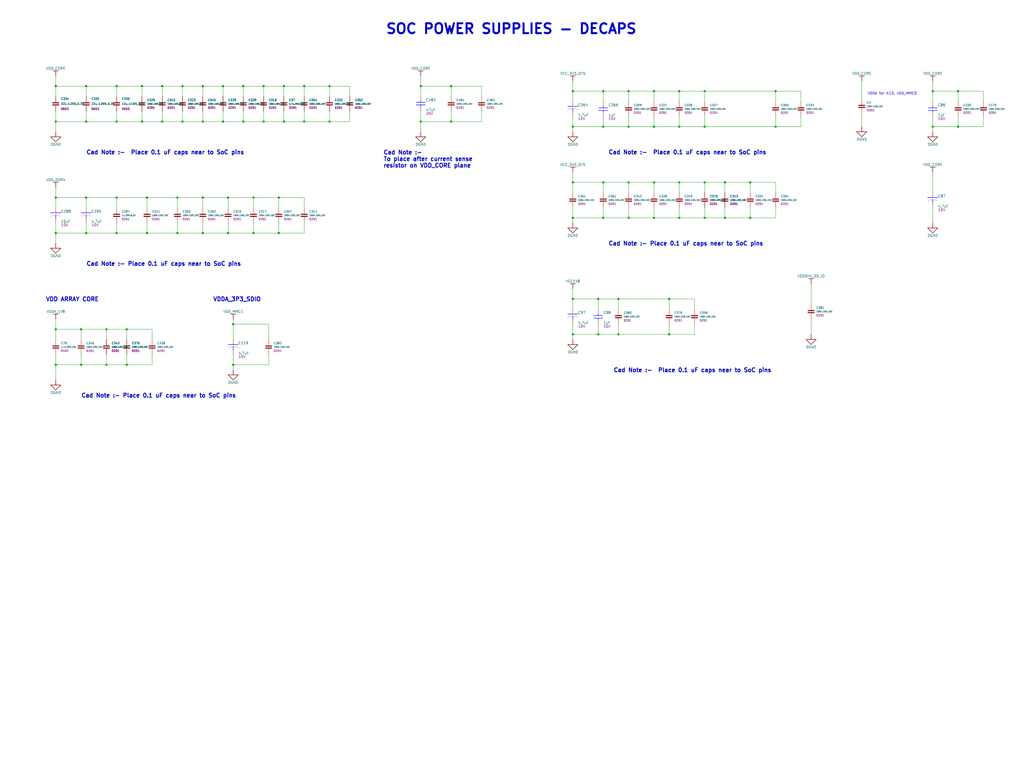
<source format=kicad_sch>
(kicad_sch (version 20231120) (generator "eeschema") (generator_version "8.0")
  (paper "User" 513.08 386.08)
  (junction (at 467.36 63.5))
  (junction (at 314.96 109.22))
  (junction (at 327.66 45.72))
  (junction (at 73.66 99.06))
  (junction (at 388.62 63.5))
  (junction (at 101.6 116.84))
  (junction (at 27.94 43.18))
  (junction (at 81.28 43.18))
  (junction (at 353.06 91.44))
  (junction (at 111.76 43.18))
  (junction (at 139.7 99.06))
  (junction (at 375.92 91.44))
  (junction (at 299.72 149.86))
  (junction (at 226.06 60.96))
  (junction (at 91.44 43.18))
  (junction (at 40.64 165.1))
  (junction (at 53.34 165.1))
  (junction (at 287.02 109.22))
  (junction (at 314.96 91.44))
  (junction (at 335.28 167.64))
  (junction (at 121.92 60.96))
  (junction (at 58.42 60.96))
  (junction (at 114.3 99.06))
  (junction (at 127 116.84))
  (junction (at 43.18 43.18))
  (junction (at 27.94 165.1))
  (junction (at 114.3 116.84))
  (junction (at 88.9 99.06))
  (junction (at 142.24 43.18))
  (junction (at 116.84 182.88))
  (junction (at 287.02 149.86))
  (junction (at 375.92 109.22))
  (junction (at 302.26 45.72))
  (junction (at 340.36 63.5))
  (junction (at 327.66 91.44))
  (junction (at 340.36 109.22))
  (junction (at 63.5 165.1))
  (junction (at 327.66 109.22))
  (junction (at 139.7 116.84))
  (junction (at 340.36 45.72))
  (junction (at 43.18 60.96))
  (junction (at 152.4 43.18))
  (junction (at 63.5 182.88))
  (junction (at 299.72 167.64))
  (junction (at 340.36 91.44))
  (junction (at 121.92 43.18))
  (junction (at 302.26 63.5))
  (junction (at 302.26 91.44))
  (junction (at 27.94 182.88))
  (junction (at 58.42 116.84))
  (junction (at 353.06 109.22))
  (junction (at 58.42 43.18))
  (junction (at 353.06 45.72))
  (junction (at 111.76 60.96))
  (junction (at 101.6 43.18))
  (junction (at 91.44 60.96))
  (junction (at 210.82 43.18))
  (junction (at 302.26 109.22))
  (junction (at 53.34 182.88))
  (junction (at 27.94 60.96))
  (junction (at 287.02 167.64))
  (junction (at 142.24 60.96))
  (junction (at 71.12 43.18))
  (junction (at 314.96 63.5))
  (junction (at 101.6 60.96))
  (junction (at 480.06 63.5))
  (junction (at 165.1 60.96))
  (junction (at 101.6 99.06))
  (junction (at 388.62 45.72))
  (junction (at 27.94 116.84))
  (junction (at 58.42 99.06))
  (junction (at 353.06 63.5))
  (junction (at 43.18 99.06))
  (junction (at 327.66 63.5))
  (junction (at 226.06 43.18))
  (junction (at 132.08 43.18))
  (junction (at 314.96 45.72))
  (junction (at 480.06 45.72))
  (junction (at 27.94 99.06))
  (junction (at 116.84 162.56))
  (junction (at 81.28 60.96))
  (junction (at 309.88 149.86))
  (junction (at 165.1 43.18))
  (junction (at 210.82 60.96))
  (junction (at 309.88 167.64))
  (junction (at 335.28 149.86))
  (junction (at 363.22 91.44))
  (junction (at 127 99.06))
  (junction (at 132.08 60.96))
  (junction (at 73.66 116.84))
  (junction (at 287.02 45.72))
  (junction (at 71.12 60.96))
  (junction (at 467.36 45.72))
  (junction (at 88.9 116.84))
  (junction (at 363.22 109.22))
  (junction (at 40.64 182.88))
  (junction (at 287.02 91.44))
  (junction (at 43.18 116.84))
  (junction (at 287.02 63.5))
  (junction (at 152.4 60.96))
  (wire (pts (xy 299.72 149.86) (xy 309.88 149.86)))
  (wire (pts (xy 58.42 111.76) (xy 58.42 116.84)))
  (wire (pts (xy 142.24 60.96) (xy 142.24 55.88)))
  (wire (pts (xy 132.08 43.18) (xy 142.24 43.18)))
  (wire (pts (xy 302.26 63.5) (xy 302.26 58.42)))
  (wire (pts (xy 81.28 60.96) (xy 91.44 60.96)))
  (wire (pts (xy 27.94 116.84) (xy 27.94 111.76)))
  (wire (pts (xy 287.02 63.5) (xy 287.02 58.42)))
  (wire (pts (xy 76.2 182.88) (xy 76.2 177.8)))
  (wire (pts (xy 58.42 60.96) (xy 71.12 60.96)))
  (wire (pts (xy 314.96 63.5) (xy 314.96 58.42)))
  (wire (pts (xy 73.66 116.84) (xy 88.9 116.84)))
  (wire (pts (xy 111.76 60.96) (xy 121.92 60.96)))
  (wire (pts (xy 27.94 121.92) (xy 27.94 116.84)))
  (wire (pts (xy 27.94 104.14) (xy 27.94 99.06)))
  (wire (pts (xy 53.34 170.18) (xy 53.34 165.1)))
  (wire (pts (xy 287.02 109.22) (xy 287.02 104.14)))
  (wire (pts (xy 340.36 91.44) (xy 327.66 91.44)))
  (wire (pts (xy 71.12 48.26) (xy 71.12 43.18)))
  (wire (pts (xy 139.7 116.84) (xy 139.7 111.76)))
  (wire (pts (xy 63.5 182.88) (xy 63.5 177.8)))
  (wire (pts (xy 152.4 99.06) (xy 139.7 99.06)))
  (wire (pts (xy 43.18 99.06) (xy 58.42 99.06)))
  (wire (pts (xy 88.9 104.14) (xy 88.9 99.06)))
  (wire (pts (xy 63.5 170.18) (xy 63.5 165.1)))
  (wire (pts (xy 302.26 109.22) (xy 314.96 109.22)))
  (wire (pts (xy 114.3 116.84) (xy 127 116.84)))
  (wire (pts (xy 43.18 48.26) (xy 43.18 43.18)))
  (wire (pts (xy 314.96 91.44) (xy 302.26 91.44)))
  (wire (pts (xy 327.66 96.52) (xy 327.66 91.44)))
  (wire (pts (xy 347.98 167.64) (xy 347.98 162.56)))
  (wire (pts (xy 132.08 48.26) (xy 132.08 43.18)))
  (wire (pts (xy 210.82 60.96) (xy 210.82 55.88)))
  (wire (pts (xy 340.36 109.22) (xy 353.06 109.22)))
  (wire (pts (xy 467.36 111.76) (xy 467.36 104.14)))
  (wire (pts (xy 127 99.06) (xy 114.3 99.06)))
  (wire (pts (xy 340.36 50.8) (xy 340.36 45.72)))
  (wire (pts (xy 340.36 109.22) (xy 340.36 104.14)))
  (wire (pts (xy 467.36 63.5) (xy 467.36 58.42)))
  (wire (pts (xy 43.18 116.84) (xy 43.18 111.76)))
  (wire (pts (xy 406.4 142.24) (xy 406.4 152.4)))
  (wire (pts (xy 165.1 43.18) (xy 175.26 43.18)))
  (wire (pts (xy 101.6 116.84) (xy 114.3 116.84)))
  (wire (pts (xy 40.64 182.88) (xy 53.34 182.88)))
  (wire (pts (xy 353.06 109.22) (xy 363.22 109.22)))
  (wire (pts (xy 27.94 170.18) (xy 27.94 165.1)))
  (wire (pts (xy 287.02 170.18) (xy 287.02 167.64)))
  (wire (pts (xy 111.76 43.18) (xy 121.92 43.18)))
  (wire (pts (xy 309.88 167.64) (xy 335.28 167.64)))
  (wire (pts (xy 327.66 45.72) (xy 314.96 45.72)))
  (wire (pts (xy 335.28 167.64) (xy 335.28 162.56)))
  (wire (pts (xy 363.22 96.52) (xy 363.22 91.44)))
  (wire (pts (xy 314.96 63.5) (xy 327.66 63.5)))
  (wire (pts (xy 309.88 167.64) (xy 309.88 162.56)))
  (wire (pts (xy 340.36 45.72) (xy 327.66 45.72)))
  (wire (pts (xy 88.9 116.84) (xy 101.6 116.84)))
  (wire (pts (xy 287.02 109.22) (xy 302.26 109.22)))
  (wire (pts (xy 406.4 160.02) (xy 406.4 167.64)))
  (wire (pts (xy 335.28 154.94) (xy 335.28 149.86)))
  (wire (pts (xy 309.88 154.94) (xy 309.88 149.86)))
  (wire (pts (xy 27.94 43.18) (xy 43.18 43.18)))
  (wire (pts (xy 375.92 91.44) (xy 388.62 91.44)))
  (wire (pts (xy 375.92 96.52) (xy 375.92 91.44)))
  (wire (pts (xy 353.06 96.52) (xy 353.06 91.44)))
  (wire (pts (xy 152.4 116.84) (xy 152.4 111.76)))
  (wire (pts (xy 375.92 109.22) (xy 375.92 104.14)))
  (wire (pts (xy 363.22 109.22) (xy 375.92 109.22)))
  (wire (pts (xy 287.02 96.52) (xy 287.02 91.44)))
  (wire (pts (xy 302.26 45.72) (xy 287.02 45.72)))
  (wire (pts (xy 340.36 63.5) (xy 353.06 63.5)))
  (wire (pts (xy 152.4 48.26) (xy 152.4 43.18)))
  (wire (pts (xy 114.3 104.14) (xy 114.3 99.06)))
  (wire (pts (xy 132.08 60.96) (xy 142.24 60.96)))
  (wire (pts (xy 353.06 45.72) (xy 388.62 45.72)))
  (wire (pts (xy 116.84 185.42) (xy 116.84 182.88)))
  (wire (pts (xy 116.84 182.88) (xy 116.84 177.8)))
  (wire (pts (xy 101.6 104.14) (xy 101.6 99.06)))
  (wire (pts (xy 132.08 60.96) (xy 132.08 55.88)))
  (wire (pts (xy 287.02 91.44) (xy 287.02 86.36)))
  (wire (pts (xy 353.06 63.5) (xy 353.06 58.42)))
  (wire (pts (xy 71.12 43.18) (xy 81.28 43.18)))
  (wire (pts (xy 71.12 60.96) (xy 81.28 60.96)))
  (wire (pts (xy 287.02 63.5) (xy 302.26 63.5)))
  (wire (pts (xy 467.36 96.52) (xy 467.36 86.36)))
  (wire (pts (xy 388.62 63.5) (xy 388.62 58.42)))
  (wire (pts (xy 134.62 162.56) (xy 116.84 162.56)))
  (wire (pts (xy 302.26 63.5) (xy 314.96 63.5)))
  (wire (pts (xy 101.6 60.96) (xy 101.6 55.88)))
  (wire (pts (xy 63.5 165.1) (xy 76.2 165.1)))
  (wire (pts (xy 152.4 60.96) (xy 165.1 60.96)))
  (wire (pts (xy 210.82 66.04) (xy 210.82 60.96)))
  (wire (pts (xy 302.26 96.52) (xy 302.26 91.44)))
  (wire (pts (xy 241.3 43.18) (xy 226.06 43.18)))
  (wire (pts (xy 299.72 167.64) (xy 299.72 162.56)))
  (wire (pts (xy 71.12 60.96) (xy 71.12 55.88)))
  (wire (pts (xy 58.42 104.14) (xy 58.42 99.06)))
  (wire (pts (xy 127 116.84) (xy 139.7 116.84)))
  (wire (pts (xy 27.94 60.96) (xy 43.18 60.96)))
  (wire (pts (xy 309.88 149.86) (xy 335.28 149.86)))
  (wire (pts (xy 27.94 48.26) (xy 27.94 43.18)))
  (wire (pts (xy 314.96 96.52) (xy 314.96 91.44)))
  (wire (pts (xy 27.94 190.5) (xy 27.94 182.88)))
  (wire (pts (xy 210.82 48.26) (xy 210.82 43.18)))
  (wire (pts (xy 165.1 60.96) (xy 165.1 55.88)))
  (wire (pts (xy 340.36 96.52) (xy 340.36 91.44)))
  (wire (pts (xy 111.76 48.26) (xy 111.76 43.18)))
  (wire (pts (xy 287.02 45.72) (xy 287.02 40.64)))
  (wire (pts (xy 40.64 165.1) (xy 53.34 165.1)))
  (wire (pts (xy 121.92 48.26) (xy 121.92 43.18)))
  (wire (pts (xy 302.26 91.44) (xy 287.02 91.44)))
  (wire (pts (xy 58.42 48.26) (xy 58.42 43.18)))
  (wire (pts (xy 43.18 43.18) (xy 58.42 43.18)))
  (wire (pts (xy 210.82 43.18) (xy 210.82 38.1)))
  (wire (pts (xy 302.26 109.22) (xy 302.26 104.14)))
  (wire (pts (xy 287.02 167.64) (xy 299.72 167.64)))
  (wire (pts (xy 152.4 60.96) (xy 152.4 55.88)))
  (wire (pts (xy 101.6 48.26) (xy 101.6 43.18)))
  (wire (pts (xy 114.3 99.06) (xy 101.6 99.06)))
  (wire (pts (xy 327.66 63.5) (xy 340.36 63.5)))
  (wire (pts (xy 314.96 109.22) (xy 314.96 104.14)))
  (wire (pts (xy 353.06 45.72) (xy 340.36 45.72)))
  (wire (pts (xy 388.62 45.72) (xy 401.32 45.72)))
  (wire (pts (xy 40.64 170.18) (xy 40.64 165.1)))
  (wire (pts (xy 81.28 43.18) (xy 91.44 43.18)))
  (wire (pts (xy 226.06 43.18) (xy 210.82 43.18)))
  (wire (pts (xy 53.34 182.88) (xy 53.34 177.8)))
  (wire (pts (xy 327.66 50.8) (xy 327.66 45.72)))
  (wire (pts (xy 142.24 48.26) (xy 142.24 43.18)))
  (wire (pts (xy 91.44 48.26) (xy 91.44 43.18)))
  (wire (pts (xy 27.94 60.96) (xy 27.94 55.88)))
  (wire (pts (xy 226.06 48.26) (xy 226.06 43.18)))
  (wire (pts (xy 73.66 99.06) (xy 73.66 104.14)))
  (wire (pts (xy 127 104.14) (xy 127 99.06)))
  (wire (pts (xy 139.7 116.84) (xy 152.4 116.84)))
  (wire (pts (xy 467.36 66.04) (xy 467.36 63.5)))
  (wire (pts (xy 101.6 43.18) (xy 111.76 43.18)))
  (wire (pts (xy 27.94 182.88) (xy 40.64 182.88)))
  (wire (pts (xy 375.92 109.22) (xy 388.62 109.22)))
  (wire (pts (xy 43.18 116.84) (xy 58.42 116.84)))
  (wire (pts (xy 467.36 63.5) (xy 480.06 63.5)))
  (wire (pts (xy 27.94 43.18) (xy 27.94 38.1)))
  (wire (pts (xy 101.6 116.84) (xy 101.6 111.76)))
  (wire (pts (xy 165.1 48.26) (xy 165.1 43.18)))
  (wire (pts (xy 241.3 48.26) (xy 241.3 43.18)))
  (wire (pts (xy 111.76 60.96) (xy 111.76 55.88)))
  (wire (pts (xy 340.36 63.5) (xy 340.36 58.42)))
  (wire (pts (xy 58.42 116.84) (xy 73.66 116.84)))
  (wire (pts (xy 116.84 162.56) (xy 116.84 160.02)))
  (wire (pts (xy 335.28 167.64) (xy 347.98 167.64)))
  (wire (pts (xy 58.42 43.18) (xy 71.12 43.18)))
  (wire (pts (xy 287.02 149.86) (xy 299.72 149.86)))
  (wire (pts (xy 210.82 60.96) (xy 226.06 60.96)))
  (wire (pts (xy 363.22 109.22) (xy 363.22 104.14)))
  (wire (pts (xy 480.06 63.5) (xy 480.06 58.42)))
  (wire (pts (xy 480.06 45.72) (xy 492.76 45.72)))
  (wire (pts (xy 127 116.84) (xy 127 111.76)))
  (wire (pts (xy 287.02 149.86) (xy 287.02 144.78)))
  (wire (pts (xy 363.22 91.44) (xy 353.06 91.44)))
  (wire (pts (xy 299.72 167.64) (xy 309.88 167.64)))
  (wire (pts (xy 91.44 43.18) (xy 101.6 43.18)))
  (wire (pts (xy 347.98 149.86) (xy 335.28 149.86)))
  (wire (pts (xy 287.02 50.8) (xy 287.02 45.72)))
  (wire (pts (xy 175.26 43.18) (xy 175.26 48.26)))
  (wire (pts (xy 388.62 50.8) (xy 388.62 45.72)))
  (wire (pts (xy 27.94 165.1) (xy 27.94 160.02)))
  (wire (pts (xy 314.96 50.8) (xy 314.96 45.72)))
  (wire (pts (xy 467.36 45.72) (xy 480.06 45.72)))
  (wire (pts (xy 353.06 50.8) (xy 353.06 45.72)))
  (wire (pts (xy 101.6 60.96) (xy 111.76 60.96)))
  (wire (pts (xy 327.66 109.22) (xy 340.36 109.22)))
  (wire (pts (xy 388.62 91.44) (xy 388.62 96.52)))
  (wire (pts (xy 492.76 63.5) (xy 492.76 58.42)))
  (wire (pts (xy 388.62 63.5) (xy 401.32 63.5)))
  (wire (pts (xy 27.94 165.1) (xy 40.64 165.1)))
  (wire (pts (xy 327.66 91.44) (xy 314.96 91.44)))
  (wire (pts (xy 431.8 40.64) (xy 431.8 49.53)))
  (wire (pts (xy 121.92 60.96) (xy 132.08 60.96)))
  (wire (pts (xy 43.18 60.96) (xy 58.42 60.96)))
  (wire (pts (xy 63.5 182.88) (xy 76.2 182.88)))
  (wire (pts (xy 480.06 50.8) (xy 480.06 45.72)))
  (wire (pts (xy 353.06 91.44) (xy 340.36 91.44)))
  (wire (pts (xy 116.84 170.18) (xy 116.84 162.56)))
  (wire (pts (xy 467.36 50.8) (xy 467.36 45.72)))
  (wire (pts (xy 114.3 116.84) (xy 114.3 111.76)))
  (wire (pts (xy 401.32 63.5) (xy 401.32 58.42)))
  (wire (pts (xy 43.18 104.14) (xy 43.18 99.06)))
  (wire (pts (xy 226.06 60.96) (xy 226.06 55.88)))
  (wire (pts (xy 91.44 60.96) (xy 101.6 60.96)))
  (wire (pts (xy 287.02 154.94) (xy 287.02 149.86)))
  (wire (pts (xy 76.2 165.1) (xy 76.2 170.18)))
  (wire (pts (xy 81.28 60.96) (xy 81.28 55.88)))
  (wire (pts (xy 314.96 45.72) (xy 302.26 45.72)))
  (wire (pts (xy 327.66 109.22) (xy 327.66 104.14)))
  (wire (pts (xy 101.6 99.06) (xy 88.9 99.06)))
  (wire (pts (xy 152.4 104.14) (xy 152.4 99.06)))
  (wire (pts (xy 175.26 60.96) (xy 175.26 55.88)))
  (wire (pts (xy 73.66 116.84) (xy 73.66 111.76)))
  (wire (pts (xy 492.76 45.72) (xy 492.76 50.8)))
  (wire (pts (xy 58.42 99.06) (xy 73.66 99.06)))
  (wire (pts (xy 134.62 170.18) (xy 134.62 162.56)))
  (wire (pts (xy 88.9 99.06) (xy 73.66 99.06)))
  (wire (pts (xy 142.24 60.96) (xy 152.4 60.96)))
  (wire (pts (xy 287.02 167.64) (xy 287.02 162.56)))
  (wire (pts (xy 116.84 182.88) (xy 134.62 182.88)))
  (wire (pts (xy 91.44 60.96) (xy 91.44 55.88)))
  (wire (pts (xy 134.62 182.88) (xy 134.62 177.8)))
  (wire (pts (xy 241.3 60.96) (xy 241.3 55.88)))
  (wire (pts (xy 347.98 154.94) (xy 347.98 149.86)))
  (wire (pts (xy 121.92 60.96) (xy 121.92 55.88)))
  (wire (pts (xy 401.32 45.72) (xy 401.32 50.8)))
  (wire (pts (xy 299.72 154.94) (xy 299.72 149.86)))
  (wire (pts (xy 53.34 165.1) (xy 63.5 165.1)))
  (wire (pts (xy 139.7 99.06) (xy 127 99.06)))
  (wire (pts (xy 353.06 63.5) (xy 388.62 63.5)))
  (wire (pts (xy 388.62 109.22) (xy 388.62 104.14)))
  (wire (pts (xy 27.94 116.84) (xy 43.18 116.84)))
  (wire (pts (xy 27.94 99.06) (xy 43.18 99.06)))
  (wire (pts (xy 27.94 182.88) (xy 27.94 177.8)))
  (wire (pts (xy 314.96 109.22) (xy 327.66 109.22)))
  (wire (pts (xy 287.02 66.04) (xy 287.02 63.5)))
  (wire (pts (xy 480.06 63.5) (xy 492.76 63.5)))
  (wire (pts (xy 287.02 111.76) (xy 287.02 109.22)))
  (wire (pts (xy 81.28 48.26) (xy 81.28 43.18)))
  (wire (pts (xy 363.22 91.44) (xy 375.92 91.44)))
  (wire (pts (xy 431.8 57.15) (xy 431.8 63.5)))
  (wire (pts (xy 142.24 43.18) (xy 152.4 43.18)))
  (wire (pts (xy 302.26 50.8) (xy 302.26 45.72)))
  (wire (pts (xy 226.06 60.96) (xy 241.3 60.96)))
  (wire (pts (xy 27.94 66.04) (xy 27.94 60.96)))
  (wire (pts (xy 353.06 109.22) (xy 353.06 104.14)))
  (wire (pts (xy 139.7 104.14) (xy 139.7 99.06)))
  (wire (pts (xy 152.4 43.18) (xy 165.1 43.18)))
  (wire (pts (xy 121.92 43.18) (xy 132.08 43.18)))
  (wire (pts (xy 40.64 182.88) (xy 40.64 177.8)))
  (wire (pts (xy 165.1 60.96) (xy 175.26 60.96)))
  (wire (pts (xy 43.18 60.96) (xy 43.18 55.88)))
  (wire (pts (xy 88.9 116.84) (xy 88.9 111.76)))
  (wire (pts (xy 53.34 182.88) (xy 63.5 182.88)))
  (wire (pts (xy 58.42 60.96) (xy 58.42 55.88)))
  (wire (pts (xy 327.66 63.5) (xy 327.66 58.42)))
  (wire (pts (xy 467.36 45.72) (xy 467.36 40.64)))
  (wire (pts (xy 27.94 99.06) (xy 27.94 93.98)))
  (text_box "Cad Note :-\nTo place after current sense\nresistor on VDD_CORE plane" (at 190.5 73.66 0) (size 72.39 12.192) (stroke (width -0.0001) (color 0 0 0 1)) (effects (font (size 2.032 2.032) (bold yes)) (justify left top)))
  (text "Cad Note :-  Place 0.1 uF caps near to SoC pins" (at 304.8 77.724 0) (effects (font (size 2.032 2.032) (bold yes)) (justify left bottom)))
  (text "Cad Note :- Place 0.1 uF caps near to SoC pins" (at 304.8 123.444 0) (effects (font (size 2.032 2.032) (bold yes)) (justify left bottom)))
  (text "Cad Note :-  Place 0.1 uF caps near to SoC pins" (at 43.18 77.724 0) (effects (font (size 2.032 2.032) (bold yes)) (justify left bottom)))
  (text "Cad Note :-  Place 0.1 uF caps near to SoC pins" (at 307.34 186.944 0) (effects (font (size 2.032 2.032) (bold yes)) (justify left bottom)))
  (text "SOC POWER SUPPLIES - DECAPS" (at 193.04 17.526 0) (effects (font (size 4.953 4.953) (bold yes)) (justify left bottom)))
  (text "Cad Note :- Place 0.1 uF caps near to SoC pins" (at 43.18 133.604 0) (effects (font (size 2.032 2.032) (bold yes)) (justify left bottom)))
  (text "VDDA_3P3_SDIO" (at 106.68 151.384 0) (effects (font (size 2.032 2.032) (bold yes)) (justify left bottom)))
  (text "Cad Note :- Place 0.1 uF caps near to SoC pins" (at 40.64 199.644 0) (effects (font (size 2.032 2.032) (bold yes)) (justify left bottom)))
  (text "VDDA for K13, VDD_MMC0" (at 447.04 46.99 0) (effects (font (size 1.27 1.27))))
  (text "VDD ARRAY CORE" (at 22.86 151.384 0) (effects (font (size 2.032 2.032) (bold yes)) (justify left bottom)))
  (symbol (lib_id "JLCE_C0201:100n,10%,10V") (at 363.22 100.33 0) (unit 1)
    (property "Reference" "C312" (at 365.76 98.4249 0) (effects (font (size 1.016 1.016)) (justify left)))
    (property "Value" "100n,10%,10V" (at 365.76 100.33 0) (effects (font (size 0.762 0.762)) (justify left)))
    (property "Footprint" "Abacus:C_0201_0603Metric_0.64x0.32mm_Courtyard" (effects (hide yes)))
    (property "Description" "Unpolarized capacitor" (effects (hide yes)))
    (property "Package" "0201" (at 365.76 102.2349 0) (effects (font (size 1.016 1.016)) (justify left)))
    (property "Manufacturer" "muRata" (effects (hide yes)))
    (property "Manufacturer Part" "GRM033R61A104KE15D" (effects (hide yes)))
    (property "Supplier Part" "C76934" (effects (hide yes)))
  )
  (symbol (lib_id "JLCE_C0201:100n,10%,10V") (at 314.96 54.61 0) (unit 1)
    (property "Reference" "C309" (at 317.5 52.7049 0) (effects (font (size 1.016 1.016)) (justify left)))
    (property "Value" "100n,10%,10V" (at 317.5 54.61 0) (effects (font (size 0.762 0.762)) (justify left)))
    (property "Footprint" "Abacus:C_0201_0603Metric_0.64x0.32mm_Courtyard" (effects (hide yes)))
    (property "Description" "Unpolarized capacitor" (effects (hide yes)))
    (property "Package" "0201" (at 317.5 56.5149 0) (effects (font (size 1.016 1.016)) (justify left)))
    (property "Manufacturer" "muRata" (effects (hide yes)))
    (property "Manufacturer Part" "GRM033R61A104KE15D" (effects (hide yes)))
    (property "Supplier Part" "C76934" (effects (hide yes)))
  )
  (symbol (lib_id "JLCE_C0201:100n,10%,10V") (at 40.64 173.99 0) (unit 1)
    (property "Reference" "C346" (at 43.18 172.0849 0) (effects (font (size 1.016 1.016)) (justify left)))
    (property "Value" "100n,10%,10V" (at 43.18 173.99 0) (effects (font (size 0.762 0.762)) (justify left)))
    (property "Footprint" "Abacus:C_0201_0603Metric_0.64x0.32mm_Courtyard" (effects (hide yes)))
    (property "Description" "Unpolarized capacitor" (effects (hide yes)))
    (property "Package" "0201" (at 43.18 175.8949 0) (effects (font (size 1.016 1.016)) (justify left)))
    (property "Manufacturer" "muRata" (effects (hide yes)))
    (property "Manufacturer Part" "GRM033R61A104KE15D" (effects (hide yes)))
    (property "Supplier Part" "C76934" (effects (hide yes)))
  )
  (symbol (lib_id "JLCE_C0201:100n,10%,10V") (at 226.06 52.07 0) (unit 1)
    (property "Reference" "C484" (at 228.6 50.1649 0) (effects (font (size 1.016 1.016)) (justify left)))
    (property "Value" "100n,10%,10V" (at 228.6 52.07 0) (effects (font (size 0.762 0.762)) (justify left)))
    (property "Footprint" "Abacus:C_0201_0603Metric_0.64x0.32mm_Courtyard" (effects (hide yes)))
    (property "Description" "Unpolarized capacitor" (effects (hide yes)))
    (property "Package" "0201" (at 228.6 53.9749 0) (effects (font (size 1.016 1.016)) (justify left)))
    (property "Manufacturer" "muRata" (effects (hide yes)))
    (property "Manufacturer Part" "GRM033R61A104KE15D" (effects (hide yes)))
    (property "Supplier Part" "C76934" (effects (hide yes)))
  )
  (symbol (lib_id "10-altium-import:DGND_SIGNAL_GROUND") (at 287.02 170.18 0) (unit 1)
    (property "Reference" "#PWR?" (effects (hide yes)))
    (property "Value" "DGND" (at 287.02 176.53 0))
  )
  (symbol (lib_id "10-altium-import:VDD_DDR4_BAR") (at 27.94 93.98 180) (unit 1)
    (property "Reference" "#PWR?" (effects (hide yes)))
    (property "Value" "VDD_DDR4" (at 27.94 90.17 0))
  )
  (symbol (lib_id "JLCE_C0201:100n,10%,10V") (at 302.26 100.33 0) (unit 1)
    (property "Reference" "C361" (at 304.8 98.4249 0) (effects (font (size 1.016 1.016)) (justify left)))
    (property "Value" "100n,10%,10V" (at 304.8 100.33 0) (effects (font (size 0.762 0.762)) (justify left)))
    (property "Footprint" "Abacus:C_0201_0603Metric_0.64x0.32mm_Courtyard" (effects (hide yes)))
    (property "Description" "Unpolarized capacitor" (effects (hide yes)))
    (property "Package" "0201" (at 304.8 102.2349 0) (effects (font (size 1.016 1.016)) (justify left)))
    (property "Manufacturer" "muRata" (effects (hide yes)))
    (property "Manufacturer Part" "GRM033R61A104KE15D" (effects (hide yes)))
    (property "Supplier Part" "C76934" (effects (hide yes)))
  )
  (symbol (lib_id "JLCE_C0201:100n,10%,10V") (at 101.6 107.95 0) (unit 1)
    (property "Reference" "C302" (at 104.14 106.0449 0) (effects (font (size 1.016 1.016)) (justify left)))
    (property "Value" "100n,10%,10V" (at 104.14 107.95 0) (effects (font (size 0.762 0.762)) (justify left)))
    (property "Footprint" "Abacus:C_0201_0603Metric_0.64x0.32mm_Courtyard" (effects (hide yes)))
    (property "Description" "Unpolarized capacitor" (effects (hide yes)))
    (property "Package" "0201" (at 104.14 109.8549 0) (effects (font (size 1.016 1.016)) (justify left)))
    (property "Manufacturer" "muRata" (effects (hide yes)))
    (property "Manufacturer Part" "GRM033R61A104KE15D" (effects (hide yes)))
    (property "Supplier Part" "C76934" (effects (hide yes)))
  )
  (symbol (lib_id "10-altium-import:VDDA_1V8_BAR") (at 27.94 160.02 180) (unit 1)
    (property "Reference" "#PWR?" (effects (hide yes)))
    (property "Value" "VDDA_1V8" (at 27.94 156.21 0))
  )
  (symbol (lib_id "10-altium-import:DGND_SIGNAL_GROUND") (at 27.94 190.5 0) (unit 1)
    (property "Reference" "#PWR?" (effects (hide yes)))
    (property "Value" "DGND" (at 27.94 196.85 0))
  )
  (symbol (lib_id "10-altium-import:DGND_SIGNAL_GROUND") (at 210.82 66.04 0) (unit 1)
    (property "Reference" "#PWR?" (effects (hide yes)))
    (property "Value" "DGND" (at 210.82 72.39 0))
  )
  (symbol (lib_id "JLCE_C0201:100n,10%,10V") (at 152.4 52.07 0) (unit 1)
    (property "Reference" "C354" (at 154.94 50.1649 0) (effects (font (size 1.016 1.016)) (justify left)))
    (property "Value" "100n,10%,10V" (at 154.94 52.07 0) (effects (font (size 0.762 0.762)) (justify left)))
    (property "Footprint" "Abacus:C_0201_0603Metric_0.64x0.32mm_Courtyard" (effects (hide yes)))
    (property "Description" "Unpolarized capacitor" (effects (hide yes)))
    (property "Package" "0201" (at 154.94 53.9749 0) (effects (font (size 1.016 1.016)) (justify left)))
    (property "Manufacturer" "muRata" (effects (hide yes)))
    (property "Manufacturer Part" "GRM033R61A104KE15D" (effects (hide yes)))
    (property "Supplier Part" "C76934" (effects (hide yes)))
  )
  (symbol (lib_id "10-altium-import:DGND_SIGNAL_GROUND") (at 27.94 66.04 0) (unit 1)
    (property "Reference" "#PWR?" (effects (hide yes)))
    (property "Value" "DGND" (at 27.94 72.39 0))
  )
  (symbol (lib_id "JLCE_C0201:100n,10%,10V") (at 175.26 52.07 0) (unit 1)
    (property "Reference" "C352" (at 177.8 50.1649 0) (effects (font (size 1.016 1.016)) (justify left)))
    (property "Value" "100n,10%,10V" (at 177.8 52.07 0) (effects (font (size 0.762 0.762)) (justify left)))
    (property "Footprint" "Abacus:C_0201_0603Metric_0.64x0.32mm_Courtyard" (effects (hide yes)))
    (property "Description" "Unpolarized capacitor" (effects (hide yes)))
    (property "Package" "0201" (at 177.8 53.9749 0) (effects (font (size 1.016 1.016)) (justify left)))
    (property "Manufacturer" "muRata" (effects (hide yes)))
    (property "Manufacturer Part" "GRM033R61A104KE15D" (effects (hide yes)))
    (property "Supplier Part" "C76934" (effects (hide yes)))
  )
  (symbol (lib_id "JLCE_C0201:100n,10%,10V") (at 287.02 100.33 0) (unit 1)
    (property "Reference" "C351" (at 289.56 98.4249 0) (effects (font (size 1.016 1.016)) (justify left)))
    (property "Value" "100n,10%,10V" (at 289.56 100.33 0) (effects (font (size 0.762 0.762)) (justify left)))
    (property "Footprint" "Abacus:C_0201_0603Metric_0.64x0.32mm_Courtyard" (effects (hide yes)))
    (property "Description" "Unpolarized capacitor" (effects (hide yes)))
    (property "Package" "0201" (at 289.56 102.2349 0) (effects (font (size 1.016 1.016)) (justify left)))
    (property "Manufacturer" "muRata" (effects (hide yes)))
    (property "Manufacturer Part" "GRM033R61A104KE15D" (effects (hide yes)))
    (property "Supplier Part" "C76934" (effects (hide yes)))
  )
  (symbol (lib_id "10-altium-import:DGND_SIGNAL_GROUND") (at 27.94 121.92 0) (unit 1)
    (property "Reference" "#PWR?" (effects (hide yes)))
    (property "Value" "DGND" (at 27.94 128.27 0))
  )
  (symbol (lib_id "JLCE_C0201:100n,10%,10V") (at 241.3 52.07 0) (unit 1)
    (property "Reference" "C483" (at 243.84 50.1649 0) (effects (font (size 1.016 1.016)) (justify left)))
    (property "Value" "100n,10%,10V" (at 243.84 52.07 0) (effects (font (size 0.762 0.762)) (justify left)))
    (property "Footprint" "Abacus:C_0201_0603Metric_0.64x0.32mm_Courtyard" (effects (hide yes)))
    (property "Description" "Unpolarized capacitor" (effects (hide yes)))
    (property "Package" "0201" (at 243.84 53.9749 0) (effects (font (size 1.016 1.016)) (justify left)))
    (property "Manufacturer" "muRata" (effects (hide yes)))
    (property "Manufacturer Part" "GRM033R61A104KE15D" (effects (hide yes)))
    (property "Supplier Part" "C76934" (effects (hide yes)))
  )
  (symbol (lib_id "JLCE_C0201:100n,10%,10V") (at 327.66 54.61 0) (unit 1)
    (property "Reference" "C321" (at 330.2 52.7049 0) (effects (font (size 1.016 1.016)) (justify left)))
    (property "Value" "100n,10%,10V" (at 330.2 54.61 0) (effects (font (size 0.762 0.762)) (justify left)))
    (property "Footprint" "Abacus:C_0201_0603Metric_0.64x0.32mm_Courtyard" (effects (hide yes)))
    (property "Description" "Unpolarized capacitor" (effects (hide yes)))
    (property "Package" "0201" (at 330.2 56.5149 0) (effects (font (size 1.016 1.016)) (justify left)))
    (property "Manufacturer" "muRata" (effects (hide yes)))
    (property "Manufacturer Part" "GRM033R61A104KE15D" (effects (hide yes)))
    (property "Supplier Part" "C76934" (effects (hide yes)))
  )
  (symbol (lib_id "21-altium-import:VCC1V8_BAR") (at 287.02 144.78 180) (unit 1)
    (property "Reference" "#PWR010" (effects (hide yes)))
    (property "Value" "VCC1V8" (at 287.02 140.97 0))
  )
  (symbol (lib_id "21-altium-import:VCC_3V3_SYS_BAR") (at 287.02 86.36 180) (unit 1)
    (property "Reference" "#PWR014" (effects (hide yes)))
    (property "Value" "VCC_3V3_SYS" (at 287.02 82.55 0))
  )
  (symbol (lib_id "JLCE_C0201:100n,10%,10V") (at 492.76 54.61 0) (unit 1)
    (property "Reference" "C475" (at 495.3 52.7049 0) (effects (font (size 1.016 1.016)) (justify left)))
    (property "Value" "100n,10%,10V" (at 495.3 54.61 0) (effects (font (size 0.762 0.762)) (justify left)))
    (property "Footprint" "Abacus:C_0201_0603Metric_0.64x0.32mm_Courtyard" (effects (hide yes)))
    (property "Description" "Unpolarized capacitor" (effects (hide yes)))
    (property "Package" "0201" (at 495.3 56.5149 0) (effects (font (size 1.016 1.016)) (justify left)))
    (property "Manufacturer" "muRata" (effects (hide yes)))
    (property "Manufacturer Part" "GRM033R61A104KE15D" (effects (hide yes)))
    (property "Supplier Part" "C76934" (effects (hide yes)))
  )
  (symbol (lib_id "JLCE_C0201:100n,10%,10V") (at 88.9 107.95 0) (unit 1)
    (property "Reference" "C303" (at 91.44 106.0449 0) (effects (font (size 1.016 1.016)) (justify left)))
    (property "Value" "100n,10%,10V" (at 91.44 107.95 0) (effects (font (size 0.762 0.762)) (justify left)))
    (property "Footprint" "Abacus:C_0201_0603Metric_0.64x0.32mm_Courtyard" (effects (hide yes)))
    (property "Description" "Unpolarized capacitor" (effects (hide yes)))
    (property "Package" "0201" (at 91.44 109.8549 0) (effects (font (size 1.016 1.016)) (justify left)))
    (property "Manufacturer" "muRata" (effects (hide yes)))
    (property "Manufacturer Part" "GRM033R61A104KE15D" (effects (hide yes)))
    (property "Supplier Part" "C76934" (effects (hide yes)))
  )
  (symbol (lib_id "10-altium-import:VDDSHV_SD_IO_BAR") (at 406.4 142.24 180) (unit 1)
    (property "Reference" "#PWR?" (effects (hide yes)))
    (property "Value" "VDDSHV_SD_IO" (at 406.4 138.43 0))
  )
  (symbol (lib_id "09-altium-import:VDD_CORE_BAR") (at 467.36 40.64 180) (unit 1)
    (property "Reference" "#PWR044" (effects (hide yes)))
    (property "Value" "VDD_CORE" (at 467.36 36.83 0))
  )
  (symbol (lib_id "10-altium-import:DGND_SIGNAL_GROUND") (at 431.8 63.5 0) (unit 1)
    (property "Reference" "#PWR087" (effects (hide yes)))
    (property "Value" "DGND" (at 431.8 69.85 0))
  )
  (symbol (lib_id "JLCE_C0201:100n,10%,10V") (at 340.36 100.33 0) (unit 1)
    (property "Reference" "C319" (at 342.9 98.4249 0) (effects (font (size 1.016 1.016)) (justify left)))
    (property "Value" "100n,10%,10V" (at 342.9 100.33 0) (effects (font (size 0.762 0.762)) (justify left)))
    (property "Footprint" "Abacus:C_0201_0603Metric_0.64x0.32mm_Courtyard" (effects (hide yes)))
    (property "Description" "Unpolarized capacitor" (effects (hide yes)))
    (property "Package" "0201" (at 342.9 102.2349 0) (effects (font (size 1.016 1.016)) (justify left)))
    (property "Manufacturer" "muRata" (effects (hide yes)))
    (property "Manufacturer Part" "GRM033R61A104KE15D" (effects (hide yes)))
    (property "Supplier Part" "C76934" (effects (hide yes)))
  )
  (symbol (lib_id "09-altium-import:VDD_CORE_BAR") (at 431.8 40.64 180) (unit 1)
    (property "Reference" "#PWR086" (effects (hide yes)))
    (property "Value" "VDD_CORE" (at 431.8 36.83 0))
  )
  (symbol (lib_id "10-altium-import:root_0_CAP_Dup1") (at 464.82 99.06 0) (unit 1)
    (property "Reference" "C87" (at 469.9 99.06 0) (effects (justify left bottom)))
    (property "Value" "4.7uF" (at 469.9 104.14 0) (effects (justify left bottom)))
    (property "Footprint" "CAP0402_0-75" (effects (hide yes)))
    (property "Description" "CAP CERAMIC 4.7uF 10V 20% X5R 0402" (effects (hide yes)))
    (property "FOOTPRINT REF" "CAP0402_0-75" (effects (hide yes)))
    (property "MISTRAL PART NO" "120012060002-R" (effects (hide yes)))
    (property "PROJECT" "TI_MAXIE_CPB" (effects (hide yes)))
    (property "MFR_NAME" "AVX CORPORATION" (effects (hide yes)))
    (property "MFR_PART_NUMBER" "0402ZD475MAT2A" (effects (hide yes)))
    (property "PART_TYPE" "CAPACITOR~{S}CERAMIC" (effects (hide yes)))
    (property "TOLERANCE" "20%" (effects (hide yes)))
    (property "VOLTAGE" "10V" (at 469.9 105.918 0) (effects (justify left bottom)))
    (property "WATTAGE" "NA" (effects (hide yes)))
    (property "PACKAGE" "0402" (effects (hide yes)))
    (property "DISTRIBUTOR_NAME" "DIGIKEY" (effects (hide yes)))
    (property "DISTRIBUTOR_PART_NUMBER" "478-10791-1-ND" (effects (hide yes)))
    (property "LIBRARY REF" "CAP" (effects (hide yes)))
    (property "HEIGHT" "0.71MM" (effects (hide yes)))
    (property "WEIGHT" "0.65mg" (effects (hide yes)))
    (property "TEMPERATURE" "-55癈+85癈" (effects (hide yes)))
    (property "DATASHEET" "Y~{:}MIS_DATABAS~{E}DATASHEET~{S}CAPACITOR~{S}AVX_MLC.PDF" (effects (hide yes)))
    (property "CRTD /DATE" "MANIRAJA/230118" (effects (hide yes)))
    (property "CHKD/DATE" "MANIRAJA/230118" (effects (hide yes)))
    (property "CUSTOMS_HS_CODE" "85322990" (effects (hide yes)))
    (property "CUSTOM_DUTY" "15%" (effects (hide yes)))
    (property "MECHANICAL 3D STEP FILE" "CAP0402_0-75" (effects (hide yes)))
    (property "LIBRARY PATH" "Y~{:}MIS_DATABAS~{E}Librar~{y}ALTIUM_TOO~{L}SCHEMATICS_PART~{S}MS_DISCRETE_Library.schlib" (effects (hide yes)))
    (property "FOOTPRINT PATH" "Y~{:}MIS_DATABAS~{E}Librar~{y}ALTIUM_TOO~{L}PCB_FOOTPRINT~{S}Altium_Footprint_Lib.PcbLib" (effects (hide yes)))
    (property "PCB FOOTPRINT" "CAP0402_0-75" (effects (hide yes)))
  )
  (symbol (lib_id "10-altium-import:root_0_CAP_Dup1") (at 114.3 172.72 0) (unit 1)
    (property "Reference" "C119" (at 119.38 172.72 0) (effects (justify left bottom)))
    (property "Value" "4.7uF" (at 119.38 177.8 0) (effects (justify left bottom)))
    (property "Footprint" "CAP0402_0-75" (effects (hide yes)))
    (property "Description" "CAP CERAMIC 4.7uF 10V 20% X5R 0402" (effects (hide yes)))
    (property "FOOTPRINT REF" "CAP0402_0-75" (effects (hide yes)))
    (property "MISTRAL PART NO" "120012060002-R" (effects (hide yes)))
    (property "PROJECT" "TI_MAXIE_CPB" (effects (hide yes)))
    (property "MFR_NAME" "AVX CORPORATION" (effects (hide yes)))
    (property "MFR_PART_NUMBER" "0402ZD475MAT2A" (effects (hide yes)))
    (property "PART_TYPE" "CAPACITOR~{S}CERAMIC" (effects (hide yes)))
    (property "TOLERANCE" "20%" (effects (hide yes)))
    (property "VOLTAGE" "10V" (at 119.38 179.578 0) (effects (justify left bottom)))
    (property "WATTAGE" "NA" (effects (hide yes)))
    (property "PACKAGE" "0402" (effects (hide yes)))
    (property "DISTRIBUTOR_NAME" "DIGIKEY" (effects (hide yes)))
    (property "DISTRIBUTOR_PART_NUMBER" "478-10791-1-ND" (effects (hide yes)))
    (property "LIBRARY REF" "CAP" (effects (hide yes)))
    (property "HEIGHT" "0.71MM" (effects (hide yes)))
    (property "WEIGHT" "0.65mg" (effects (hide yes)))
    (property "TEMPERATURE" "-55癈+85癈" (effects (hide yes)))
    (property "DATASHEET" "Y~{:}MIS_DATABAS~{E}DATASHEET~{S}CAPACITOR~{S}AVX_MLC.PDF" (effects (hide yes)))
    (property "CRTD /DATE" "MANIRAJA/230118" (effects (hide yes)))
    (property "CHKD/DATE" "MANIRAJA/230118" (effects (hide yes)))
    (property "CUSTOMS_HS_CODE" "85322990" (effects (hide yes)))
    (property "CUSTOM_DUTY" "15%" (effects (hide yes)))
    (property "MECHANICAL 3D STEP FILE" "CAP0402_0-75" (effects (hide yes)))
    (property "LIBRARY PATH" "Y~{:}MIS_DATABAS~{E}Librar~{y}ALTIUM_TOO~{L}SCHEMATICS_PART~{S}MS_DISCRETE_Library.schlib" (effects (hide yes)))
    (property "FOOTPRINT PATH" "Y~{:}MIS_DATABAS~{E}Librar~{y}ALTIUM_TOO~{L}PCB_FOOTPRINT~{S}Altium_Footprint_Lib.PcbLib" (effects (hide yes)))
    (property "PCB FOOTPRINT" "CAP0402_0-75" (effects (hide yes)))
  )
  (symbol (lib_id "JLCE_C0201:4.7u,20%,6.3V") (at 142.24 52.07 0) (unit 1)
    (property "Reference" "C37" (at 144.78 50.1649 0) (effects (font (size 1.016 1.016)) (justify left)))
    (property "Value" "4.7u,20%,6.3V" (at 144.78 52.07 0) (effects (font (size 0.762 0.762)) (justify left)))
    (property "Footprint" "Abacus:C_0201_0603Metric_0.64x0.32mm_Courtyard" (effects (hide yes)))
    (property "Description" "Unpolarized capacitor" (effects (hide yes)))
    (property "Package" "0201" (at 144.78 53.9749 0) (effects (font (size 1.016 1.016)) (justify left)))
    (property "Manufacturer" "muRata" (effects (hide yes)))
    (property "Manufacturer Part" "GRM035R60J475ME15D" (effects (hide yes)))
    (property "Supplier Part" "C335103" (effects (hide yes)))
  )
  (symbol (lib_id "JLCE_C0201:100n,10%,10V") (at 127 107.95 0) (unit 1)
    (property "Reference" "C317" (at 129.54 106.0449 0) (effects (font (size 1.016 1.016)) (justify left)))
    (property "Value" "100n,10%,10V" (at 129.54 107.95 0) (effects (font (size 0.762 0.762)) (justify left)))
    (property "Footprint" "Abacus:C_0201_0603Metric_0.64x0.32mm_Courtyard" (effects (hide yes)))
    (property "Description" "Unpolarized capacitor" (effects (hide yes)))
    (property "Package" "0201" (at 129.54 109.8549 0) (effects (font (size 1.016 1.016)) (justify left)))
    (property "Manufacturer" "muRata" (effects (hide yes)))
    (property "Manufacturer Part" "GRM033R61A104KE15D" (effects (hide yes)))
    (property "Supplier Part" "C76934" (effects (hide yes)))
  )
  (symbol (lib_id "JLCE_C0201:100n,10%,10V") (at 111.76 52.07 0) (unit 1)
    (property "Reference" "C339" (at 114.3 50.1649 0) (effects (font (size 1.016 1.016)) (justify left)))
    (property "Value" "100n,10%,10V" (at 114.3 52.07 0) (effects (font (size 0.762 0.762)) (justify left)))
    (property "Footprint" "Abacus:C_0201_0603Metric_0.64x0.32mm_Courtyard" (effects (hide yes)))
    (property "Description" "Unpolarized capacitor" (effects (hide yes)))
    (property "Package" "0201" (at 114.3 53.9749 0) (effects (font (size 1.016 1.016)) (justify left)))
    (property "Manufacturer" "muRata" (effects (hide yes)))
    (property "Manufacturer Part" "GRM033R61A104KE15D" (effects (hide yes)))
    (property "Supplier Part" "C76934" (effects (hide yes)))
  )
  (symbol (lib_id "JLCE_C0201:100n,10%,10V") (at 63.5 173.99 0) (unit 1)
    (property "Reference" "C370" (at 66.04 172.0849 0) (effects (font (size 1.016 1.016)) (justify left)))
    (property "Value" "100n,10%,10V" (at 66.04 173.99 0) (effects (font (size 0.762 0.762)) (justify left)))
    (property "Footprint" "Abacus:C_0201_0603Metric_0.64x0.32mm_Courtyard" (effects (hide yes)))
    (property "Description" "Unpolarized capacitor" (effects (hide yes)))
    (property "Package" "0201" (at 66.04 175.8949 0) (effects (font (size 1.016 1.016)) (justify left)))
    (property "Manufacturer" "muRata" (effects (hide yes)))
    (property "Manufacturer Part" "GRM033R61A104KE15D" (effects (hide yes)))
    (property "Supplier Part" "C76934" (effects (hide yes)))
  )
  (symbol (lib_id "JLCE_C0201:100n,10%,10V") (at 73.66 107.95 0) (unit 1)
    (property "Reference" "C311" (at 76.2 106.0449 0) (effects (font (size 1.016 1.016)) (justify left)))
    (property "Value" "100n,10%,10V" (at 76.2 107.95 0) (effects (font (size 0.762 0.762)) (justify left)))
    (property "Footprint" "Abacus:C_0201_0603Metric_0.64x0.32mm_Courtyard" (effects (hide yes)))
    (property "Description" "Unpolarized capacitor" (effects (hide yes)))
    (property "Package" "0201" (at 76.2 109.8549 0) (effects (font (size 1.016 1.016)) (justify left)))
    (property "Manufacturer" "muRata" (effects (hide yes)))
    (property "Manufacturer Part" "GRM033R61A104KE15D" (effects (hide yes)))
    (property "Supplier Part" "C76934" (effects (hide yes)))
  )
  (symbol (lib_id "JLC_C0603:10u,±10%,10V") (at 58.42 52.07 0) (unit 1)
    (property "Reference" "C336" (at 60.96 49.5299 0) (effects (font (size 1.016 1.016)) (justify left)))
    (property "Value" "10u,±10%,10V" (at 60.96 52.0699 0) (effects (font (size 1.016 1.016)) (justify left)))
    (property "Footprint" "Abacus:C_0603_1608Metric_1.28x0.64mm_Courtyard" (effects (hide yes)))
    (property "Description" "Unpolarized capacitor" (effects (hide yes)))
    (property "Package" "0603" (at 60.96 54.6099 0) (effects (font (size 1.016 1.016)) (justify left)))
    (property "Manufacturer" "Samsung" (effects (hide yes)))
    (property "Manufacturer Part" "CL10A106KP8NNNC" (effects (hide yes)))
    (property "Supplier Part" "C19702" (effects (hide yes)))
  )
  (symbol (lib_id "JLCE_C0201:100n,10%,10V") (at 347.98 158.75 0) (unit 1)
    (property "Reference" "C359" (at 350.52 156.8449 0) (effects (font (size 1.016 1.016)) (justify left)))
    (property "Value" "100n,10%,10V" (at 350.52 158.75 0) (effects (font (size 0.762 0.762)) (justify left)))
    (property "Footprint" "Abacus:C_0201_0603Metric_0.64x0.32mm_Courtyard" (effects (hide yes)))
    (property "Description" "Unpolarized capacitor" (effects (hide yes)))
    (property "Package" "0201" (at 350.52 160.6549 0) (effects (font (size 1.016 1.016)) (justify left)))
    (property "Manufacturer" "muRata" (effects (hide yes)))
    (property "Manufacturer Part" "GRM033R61A104KE15D" (effects (hide yes)))
    (property "Supplier Part" "C76934" (effects (hide yes)))
  )
  (symbol (lib_id "JLCE_C0201:100n,10%,10V") (at 375.92 100.33 0) (unit 1)
    (property "Reference" "C331" (at 378.46 98.4249 0) (effects (font (size 1.016 1.016)) (justify left)))
    (property "Value" "100n,10%,10V" (at 378.46 100.33 0) (effects (font (size 0.762 0.762)) (justify left)))
    (property "Footprint" "Abacus:C_0201_0603Metric_0.64x0.32mm_Courtyard" (effects (hide yes)))
    (property "Description" "Unpolarized capacitor" (effects (hide yes)))
    (property "Package" "0201" (at 378.46 102.2349 0) (effects (font (size 1.016 1.016)) (justify left)))
    (property "Manufacturer" "muRata" (effects (hide yes)))
    (property "Manufacturer Part" "GRM033R61A104KE15D" (effects (hide yes)))
    (property "Supplier Part" "C76934" (effects (hide yes)))
  )
  (symbol (lib_id "JLCE_C0201:100n,10%,10V") (at 132.08 52.07 0) (unit 1)
    (property "Reference" "C318" (at 134.62 50.1649 0) (effects (font (size 1.016 1.016)) (justify left)))
    (property "Value" "100n,10%,10V" (at 134.62 52.07 0) (effects (font (size 0.762 0.762)) (justify left)))
    (property "Footprint" "Abacus:C_0201_0603Metric_0.64x0.32mm_Courtyard" (effects (hide yes)))
    (property "Description" "Unpolarized capacitor" (effects (hide yes)))
    (property "Package" "0201" (at 134.62 53.9749 0) (effects (font (size 1.016 1.016)) (justify left)))
    (property "Manufacturer" "muRata" (effects (hide yes)))
    (property "Manufacturer Part" "GRM033R61A104KE15D" (effects (hide yes)))
    (property "Supplier Part" "C76934" (effects (hide yes)))
  )
  (symbol (lib_id "JLC_C0603:22u,±20%,6.3V") (at 43.18 52.07 0) (unit 1)
    (property "Reference" "C335" (at 45.72 49.5299 0) (effects (font (size 1.016 1.016)) (justify left)))
    (property "Value" "22u,±20%,6.3V" (at 45.72 52.0699 0) (effects (font (size 1.016 1.016)) (justify left)))
    (property "Footprint" "Abacus:C_0603_1608Metric_1.28x0.64mm_Courtyard" (effects (hide yes)))
    (property "Description" "Unpolarized capacitor" (effects (hide yes)))
    (property "Package" "0603" (at 45.72 54.6099 0) (effects (font (size 1.016 1.016)) (justify left)))
    (property "Manufacturer" "Samsung" (effects (hide yes)))
    (property "Manufacturer Part" "CL10A226MQ8NRNC" (effects (hide yes)))
    (property "Supplier Part" "C59461" (effects (hide yes)))
  )
  (symbol (lib_id "09-altium-import:VDD_CORE_BAR") (at 467.36 86.36 180) (unit 1)
    (property "Reference" "#PWR047" (effects (hide yes)))
    (property "Value" "VDD_CORE" (at 467.36 82.55 0))
  )
  (symbol (lib_id "10-altium-import:VDD_MMC1_BAR") (at 116.84 160.02 180) (unit 1)
    (property "Reference" "#PWR?" (effects (hide yes)))
    (property "Value" "VDD_MMC1" (at 116.84 156.21 0))
  )
  (symbol (lib_id "10-altium-import:root_2_CAP_Dup3") (at 302.26 160.02 0) (unit 1)
    (property "Reference" "C98" (at 302.26 157.48 0) (effects (justify left bottom)))
    (property "Value" "1uF" (at 302.26 162.56 0) (effects (justify left bottom)))
    (property "Footprint" "CAP0402_0-75" (effects (hide yes)))
    (property "Description" "CAP CERAMIC 1uF 10V 20% X5R 0402" (effects (hide yes)))
    (property "FOOTPRINT PATH" "Y~{:}MIS_DATABAS~{E}Librar~{y}ALTIUM_TOO~{L}PCB_FOOTPRINT~{S}Altium_Footprint_Lib.PcbLib" (effects (hide yes)))
    (property "LIBRARY PATH" "Y~{:}MIS_DATABAS~{E}Librar~{y}ALTIUM_TOO~{L}SCHEMATICS_PART~{S}MS_DISCRETE_Library.schlib" (effects (hide yes)))
    (property "MECHANICAL 3D STEP FILE" "CAP0402_0-75" (effects (hide yes)))
    (property "MISTRAL PART NO" "120020080009-R" (effects (hide yes)))
    (property "PROJECT" "AM64x_EVM_BRD" (effects (hide yes)))
    (property "MFR_NAME" "WURTH ELECTRONICS" (effects (hide yes)))
    (property "MFR_PART_NUMBER" "885012105012" (effects (hide yes)))
    (property "PART_TYPE" "CAPACITOR~{S}CERAMIC" (effects (hide yes)))
    (property "TOLERANCE" "20%" (effects (hide yes)))
    (property "VOLTAGE" "10V" (at 302.26 164.338 0) (effects (justify left bottom)))
    (property "WATTAGE" "NA" (effects (hide yes)))
    (property "PACKAGE" "0402" (effects (hide yes)))
    (property "DISTRIBUTOR_NAME" "DIGIKEY" (effects (hide yes)))
    (property "DISTRIBUTOR_PART_NUMBER" "732-7489-1-ND" (effects (hide yes)))
    (property "HEIGHT" "0.55MM" (effects (hide yes)))
    (property "WEIGHT" "0.65mg" (effects (hide yes)))
    (property "TEMPERATURE" "-55癈+85癈" (effects (hide yes)))
    (property "DATASHEET" "Y~{:}MIS_DATABAS~{E}DATASHEET~{S}CAPACITOR~{S}885012105012.PDF" (effects (hide yes)))
    (property "CRTD /DATE" "ALVY/190820" (effects (hide yes)))
    (property "CHKD/DATE" "MANIRAJA/210820" (effects (hide yes)))
    (property "CUSTOMS_HS_CODE" "85322990" (effects (hide yes)))
    (property "CUSTOM_DUTY" "15%" (effects (hide yes)))
    (property "LIBRARY REF" "CAP" (effects (hide yes)))
    (property "FOOTPRINT REF" "CAP0402_0-75" (effects (hide yes)))
    (property "PCB FOOTPRINT" "CAP0402_0-75" (effects (hide yes)))
  )
  (symbol (lib_id "JLCE_C0201:100n,10%,10V") (at 388.62 54.61 0) (unit 1)
    (property "Reference" "C360" (at 391.16 52.7049 0) (effects (font (size 1.016 1.016)) (justify left)))
    (property "Value" "100n,10%,10V" (at 391.16 54.61 0) (effects (font (size 0.762 0.762)) (justify left)))
    (property "Footprint" "Abacus:C_0201_0603Metric_0.64x0.32mm_Courtyard" (effects (hide yes)))
    (property "Description" "Unpolarized capacitor" (effects (hide yes)))
    (property "Package" "0201" (at 391.16 56.5149 0) (effects (font (size 1.016 1.016)) (justify left)))
    (property "Manufacturer" "muRata" (effects (hide yes)))
    (property "Manufacturer Part" "GRM033R61A104KE15D" (effects (hide yes)))
    (property "Supplier Part" "C76934" (effects (hide yes)))
  )
  (symbol (lib_id "JLCE_C0201:100n,10%,10V") (at 76.2 173.99 0) (unit 1)
    (property "Reference" "C338" (at 78.74 172.0849 0) (effects (font (size 1.016 1.016)) (justify left)))
    (property "Value" "100n,10%,10V" (at 78.74 173.99 0) (effects (font (size 0.762 0.762)) (justify left)))
    (property "Footprint" "Abacus:C_0201_0603Metric_0.64x0.32mm_Courtyard" (effects (hide yes)))
    (property "Description" "Unpolarized capacitor" (effects (hide yes)))
    (property "Package" "0201" (at 78.74 175.8949 0) (effects (font (size 1.016 1.016)) (justify left)))
    (property "Manufacturer" "muRata" (effects (hide yes)))
    (property "Manufacturer Part" "GRM033R61A104KE15D" (effects (hide yes)))
    (property "Supplier Part" "C76934" (effects (hide yes)))
  )
  (symbol (lib_id "JLCE_C0201:100n,10%,10V") (at 121.92 52.07 0) (unit 1)
    (property "Reference" "C329" (at 124.46 50.1649 0) (effects (font (size 1.016 1.016)) (justify left)))
    (property "Value" "100n,10%,10V" (at 124.46 52.07 0) (effects (font (size 0.762 0.762)) (justify left)))
    (property "Footprint" "Abacus:C_0201_0603Metric_0.64x0.32mm_Courtyard" (effects (hide yes)))
    (property "Description" "Unpolarized capacitor" (effects (hide yes)))
    (property "Package" "0201" (at 124.46 53.9749 0) (effects (font (size 1.016 1.016)) (justify left)))
    (property "Manufacturer" "muRata" (effects (hide yes)))
    (property "Manufacturer Part" "GRM033R61A104KE15D" (effects (hide yes)))
    (property "Supplier Part" "C76934" (effects (hide yes)))
  )
  (symbol (lib_id "JLCE_C0201:100n,10%,10V") (at 327.66 100.33 0) (unit 1)
    (property "Reference" "C328" (at 330.2 98.4249 0) (effects (font (size 1.016 1.016)) (justify left)))
    (property "Value" "100n,10%,10V" (at 330.2 100.33 0) (effects (font (size 0.762 0.762)) (justify left)))
    (property "Footprint" "Abacus:C_0201_0603Metric_0.64x0.32mm_Courtyard" (effects (hide yes)))
    (property "Description" "Unpolarized capacitor" (effects (hide yes)))
    (property "Package" "0201" (at 330.2 102.2349 0) (effects (font (size 1.016 1.016)) (justify left)))
    (property "Manufacturer" "muRata" (effects (hide yes)))
    (property "Manufacturer Part" "GRM033R61A104KE15D" (effects (hide yes)))
    (property "Supplier Part" "C76934" (effects (hide yes)))
  )
  (symbol (lib_id "JLCE_C0201:100n,10%,10V") (at 335.28 158.75 0) (unit 1)
    (property "Reference" "C379" (at 337.82 156.8449 0) (effects (font (size 1.016 1.016)) (justify left)))
    (property "Value" "100n,10%,10V" (at 337.82 158.75 0) (effects (font (size 0.762 0.762)) (justify left)))
    (property "Footprint" "Abacus:C_0201_0603Metric_0.64x0.32mm_Courtyard" (effects (hide yes)))
    (property "Description" "Unpolarized capacitor" (effects (hide yes)))
    (property "Package" "0201" (at 337.82 160.6549 0) (effects (font (size 1.016 1.016)) (justify left)))
    (property "Manufacturer" "muRata" (effects (hide yes)))
    (property "Manufacturer Part" "GRM033R61A104KE15D" (effects (hide yes)))
    (property "Supplier Part" "C76934" (effects (hide yes)))
  )
  (symbol (lib_id "10-altium-import:DGND_SIGNAL_GROUND") (at 406.4 167.64 0) (unit 1)
    (property "Reference" "#PWR?" (effects (hide yes)))
    (property "Value" "DGND" (at 406.4 173.99 0))
  )
  (symbol (lib_id "10-altium-import:DGND_SIGNAL_GROUND") (at 467.36 66.04 0) (unit 1)
    (property "Reference" "#PWR?" (effects (hide yes)))
    (property "Value" "DGND" (at 467.36 72.39 0))
  )
  (symbol (lib_id "10-altium-import:root_0_CAP_Dup3") (at 208.28 50.8 0) (unit 1)
    (property "Reference" "C482" (at 213.36 50.8 0) (effects (justify left bottom)))
    (property "Value" "47uF" (at 213.36 55.88 0) (effects (justify left bottom)))
    (property "Footprint" "CAP1206_2" (effects (hide yes)))
    (property "Description" "CAP CERAMIC 47uF 25V 20% X5R 1206" (effects (hide yes)))
    (property "MISTRAL PART NO" "120013050002-R" (effects (hide yes)))
    (property "PROJECT" "TI_MAXIE_CPB" (effects (hide yes)))
    (property "MFR_NAME" "MURATA" (effects (hide yes)))
    (property "MFR_PART_NUMBER" "GRM31CR61E476ME44L" (effects (hide yes)))
    (property "PART_TYPE" "CAPACITOR~{S}CERAMIC" (effects (hide yes)))
    (property "TOLERANCE" "20%" (effects (hide yes)))
    (property "VOLTAGE" "25V" (at 213.36 57.658 0) (effects (justify left bottom)))
    (property "WATTAGE" "NA" (effects (hide yes)))
    (property "PACKAGE" "1206" (effects (hide yes)))
    (property "DISTRIBUTOR_NAME" "DIGIKEY" (effects (hide yes)))
    (property "DISTRIBUTOR_PART_NUMBER" "490-16268-1-ND" (effects (hide yes)))
    (property "HEIGHT" "1.80MM" (effects (hide yes)))
    (property "WEIGHT" "40mg" (effects (hide yes)))
    (property "TEMPERATURE" "-55癈+85癈" (effects (hide yes)))
    (property "DATASHEET" "Y~{:}MIS_DATABAS~{E}DATASHEET~{S}CAPACITOR~{S}MURATA-GXX-SER_NOV17.PDF" (effects (hide yes)))
    (property "CRTD /DATE" "MANIRAJA/230118" (effects (hide yes)))
    (property "CHKD/DATE" "MANIRAJA/230118" (effects (hide yes)))
    (property "CUSTOMS_HS_CODE" "85322990" (effects (hide yes)))
    (property "CUSTOM_DUTY" "15%" (effects (hide yes)))
    (property "MECHANICAL 3D STEP FILE" "CAP1206_2" (effects (hide yes)))
    (property "LIBRARY REF" "CAP" (effects (hide yes)))
    (property "FOOTPRINT REF" "CAP1206_2" (effects (hide yes)))
    (property "LIBRARY PATH" "Y~{:}MIS_DATABAS~{E}Librar~{y}ALTIUM_TOO~{L}SCHEMATICS_PART~{S}MS_DISCRETE_Library.schlib" (effects (hide yes)))
    (property "FOOTPRINT PATH" "Y~{:}MIS_DATABAS~{E}Librar~{y}ALTIUM_TOO~{L}PCB_FOOTPRINT~{S}Altium_Footprint_Lib.PcbLib" (effects (hide yes)))
    (property "PCB FOOTPRINT" "CAP1206_2" (effects (hide yes)))
  )
  (symbol (lib_id "JLCE_C0201:100n,10%,10V") (at 431.8 53.34 0) (unit 1)
    (property "Reference" "C4" (at 434.34 51.4349 0) (effects (font (size 1.016 1.016)) (justify left)))
    (property "Value" "100n,10%,10V" (at 434.34 53.34 0) (effects (font (size 0.762 0.762)) (justify left)))
    (property "Footprint" "Abacus:C_0201_0603Metric_0.64x0.32mm_Courtyard" (effects (hide yes)))
    (property "Description" "Unpolarized capacitor" (effects (hide yes)))
    (property "Package" "0201" (at 434.34 55.2449 0) (effects (font (size 1.016 1.016)) (justify left)))
    (property "Manufacturer" "muRata" (effects (hide yes)))
    (property "Manufacturer Part" "GRM033R61A104KE15D" (effects (hide yes)))
    (property "Supplier Part" "C76934" (effects (hide yes)))
  )
  (symbol (lib_id "10-altium-import:DGND_SIGNAL_GROUND") (at 467.36 111.76 0) (unit 1)
    (property "Reference" "#PWR?" (effects (hide yes)))
    (property "Value" "DGND" (at 467.36 118.11 0))
  )
  (symbol (lib_id "JLCE_C0201:100n,10%,10V") (at 139.7 107.95 0) (unit 1)
    (property "Reference" "C307" (at 142.24 106.0449 0) (effects (font (size 1.016 1.016)) (justify left)))
    (property "Value" "100n,10%,10V" (at 142.24 107.95 0) (effects (font (size 0.762 0.762)) (justify left)))
    (property "Footprint" "Abacus:C_0201_0603Metric_0.64x0.32mm_Courtyard" (effects (hide yes)))
    (property "Description" "Unpolarized capacitor" (effects (hide yes)))
    (property "Package" "0201" (at 142.24 109.8549 0) (effects (font (size 1.016 1.016)) (justify left)))
    (property "Manufacturer" "muRata" (effects (hide yes)))
    (property "Manufacturer Part" "GRM033R61A104KE15D" (effects (hide yes)))
    (property "Supplier Part" "C76934" (effects (hide yes)))
  )
  (symbol (lib_id "JLCE_C0201:100n,10%,10V") (at 53.34 173.99 0) (unit 1)
    (property "Reference" "C342" (at 55.88 172.0849 0) (effects (font (size 1.016 1.016)) (justify left)))
    (property "Value" "100n,10%,10V" (at 55.88 173.99 0) (effects (font (size 0.762 0.762)) (justify left)))
    (property "Footprint" "Abacus:C_0201_0603Metric_0.64x0.32mm_Courtyard" (effects (hide yes)))
    (property "Description" "Unpolarized capacitor" (effects (hide yes)))
    (property "Package" "0201" (at 55.88 175.8949 0) (effects (font (size 1.016 1.016)) (justify left)))
    (property "Manufacturer" "muRata" (effects (hide yes)))
    (property "Manufacturer Part" "GRM033R61A104KE15D" (effects (hide yes)))
    (property "Supplier Part" "C76934" (effects (hide yes)))
  )
  (symbol (lib_id "JLCE_C0201:100n,10%,10V") (at 71.12 52.07 0) (unit 1)
    (property "Reference" "C325" (at 73.66 50.1649 0) (effects (font (size 1.016 1.016)) (justify left)))
    (property "Value" "100n,10%,10V" (at 73.66 52.07 0) (effects (font (size 0.762 0.762)) (justify left)))
    (property "Footprint" "Abacus:C_0201_0603Metric_0.64x0.32mm_Courtyard" (effects (hide yes)))
    (property "Description" "Unpolarized capacitor" (effects (hide yes)))
    (property "Package" "0201" (at 73.66 53.9749 0) (effects (font (size 1.016 1.016)) (justify left)))
    (property "Manufacturer" "muRata" (effects (hide yes)))
    (property "Manufacturer Part" "GRM033R61A104KE15D" (effects (hide yes)))
    (property "Supplier Part" "C76934" (effects (hide yes)))
  )
  (symbol (lib_id "JLCE_C0201:100n,10%,10V") (at 309.88 158.75 0) (unit 1)
    (property "Reference" "C383" (at 312.42 156.8449 0) (effects (font (size 1.016 1.016)) (justify left)))
    (property "Value" "100n,10%,10V" (at 312.42 158.75 0) (effects (font (size 0.762 0.762)) (justify left)))
    (property "Footprint" "Abacus:C_0201_0603Metric_0.64x0.32mm_Courtyard" (effects (hide yes)))
    (property "Description" "Unpolarized capacitor" (effects (hide yes)))
    (property "Package" "0201" (at 312.42 160.6549 0) (effects (font (size 1.016 1.016)) (justify left)))
    (property "Manufacturer" "muRata" (effects (hide yes)))
    (property "Manufacturer Part" "GRM033R61A104KE15D" (effects (hide yes)))
    (property "Supplier Part" "C76934" (effects (hide yes)))
  )
  (symbol (lib_id "10-altium-import:root_0_CAP_Dup1") (at 40.64 106.68 0) (unit 1)
    (property "Reference" "C290" (at 45.72 106.68 0) (effects (justify left bottom)))
    (property "Value" "4.7uF" (at 45.72 111.76 0) (effects (justify left bottom)))
    (property "Footprint" "CAP0402_0-75" (effects (hide yes)))
    (property "Description" "CAP CERAMIC 4.7uF 10V 20% X5R 0402" (effects (hide yes)))
    (property "FOOTPRINT REF" "CAP0402_0-75" (effects (hide yes)))
    (property "MISTRAL PART NO" "120012060002-R" (effects (hide yes)))
    (property "PROJECT" "TI_MAXIE_CPB" (effects (hide yes)))
    (property "MFR_NAME" "AVX CORPORATION" (effects (hide yes)))
    (property "MFR_PART_NUMBER" "0402ZD475MAT2A" (effects (hide yes)))
    (property "PART_TYPE" "CAPACITOR~{S}CERAMIC" (effects (hide yes)))
    (property "TOLERANCE" "20%" (effects (hide yes)))
    (property "VOLTAGE" "10V" (at 45.72 113.538 0) (effects (justify left bottom)))
    (property "WATTAGE" "NA" (effects (hide yes)))
    (property "PACKAGE" "0402" (effects (hide yes)))
    (property "DISTRIBUTOR_NAME" "DIGIKEY" (effects (hide yes)))
    (property "DISTRIBUTOR_PART_NUMBER" "478-10791-1-ND" (effects (hide yes)))
    (property "LIBRARY REF" "CAP" (effects (hide yes)))
    (property "HEIGHT" "0.71MM" (effects (hide yes)))
    (property "WEIGHT" "0.65mg" (effects (hide yes)))
    (property "TEMPERATURE" "-55癈+85癈" (effects (hide yes)))
    (property "DATASHEET" "Y~{:}MIS_DATABAS~{E}DATASHEET~{S}CAPACITOR~{S}AVX_MLC.PDF" (effects (hide yes)))
    (property "CRTD /DATE" "MANIRAJA/230118" (effects (hide yes)))
    (property "CHKD/DATE" "MANIRAJA/230118" (effects (hide yes)))
    (property "CUSTOMS_HS_CODE" "85322990" (effects (hide yes)))
    (property "CUSTOM_DUTY" "15%" (effects (hide yes)))
    (property "MECHANICAL 3D STEP FILE" "CAP0402_0-75" (effects (hide yes)))
    (property "LIBRARY PATH" "Y~{:}MIS_DATABAS~{E}Librar~{y}ALTIUM_TOO~{L}SCHEMATICS_PART~{S}MS_DISCRETE_Library.schlib" (effects (hide yes)))
    (property "FOOTPRINT PATH" "Y~{:}MIS_DATABAS~{E}Librar~{y}ALTIUM_TOO~{L}PCB_FOOTPRINT~{S}Altium_Footprint_Lib.PcbLib" (effects (hide yes)))
    (property "PCB FOOTPRINT" "CAP0402_0-75" (effects (hide yes)))
  )
  (symbol (lib_id "10-altium-import:VDD_CORE_BAR") (at 27.94 38.1 180) (unit 1)
    (property "Reference" "#PWR?" (effects (hide yes)))
    (property "Value" "VDD_CORE" (at 27.94 34.29 0))
  )
  (symbol (lib_id "JLCE_C0201:100n,10%,10V") (at 340.36 54.61 0) (unit 1)
    (property "Reference" "C326" (at 342.9 52.7049 0) (effects (font (size 1.016 1.016)) (justify left)))
    (property "Value" "100n,10%,10V" (at 342.9 54.61 0) (effects (font (size 0.762 0.762)) (justify left)))
    (property "Footprint" "Abacus:C_0201_0603Metric_0.64x0.32mm_Courtyard" (effects (hide yes)))
    (property "Description" "Unpolarized capacitor" (effects (hide yes)))
    (property "Package" "0201" (at 342.9 56.5149 0) (effects (font (size 1.016 1.016)) (justify left)))
    (property "Manufacturer" "muRata" (effects (hide yes)))
    (property "Manufacturer Part" "GRM033R61A104KE15D" (effects (hide yes)))
    (property "Supplier Part" "C76934" (effects (hide yes)))
  )
  (symbol (lib_id "10-altium-import:DGND_SIGNAL_GROUND") (at 287.02 111.76 0) (unit 1)
    (property "Reference" "#PWR?" (effects (hide yes)))
    (property "Value" "DGND" (at 287.02 118.11 0))
  )
  (symbol (lib_id "JLCE_C0201:100n,10%,10V") (at 114.3 107.95 0) (unit 1)
    (property "Reference" "C310" (at 116.84 106.0449 0) (effects (font (size 1.016 1.016)) (justify left)))
    (property "Value" "100n,10%,10V" (at 116.84 107.95 0) (effects (font (size 0.762 0.762)) (justify left)))
    (property "Footprint" "Abacus:C_0201_0603Metric_0.64x0.32mm_Courtyard" (effects (hide yes)))
    (property "Description" "Unpolarized capacitor" (effects (hide yes)))
    (property "Package" "0201" (at 116.84 109.8549 0) (effects (font (size 1.016 1.016)) (justify left)))
    (property "Manufacturer" "muRata" (effects (hide yes)))
    (property "Manufacturer Part" "GRM033R61A104KE15D" (effects (hide yes)))
    (property "Supplier Part" "C76934" (effects (hide yes)))
  )
  (symbol (lib_id "21-altium-import:VCC_3V3_SYS_BAR") (at 287.02 40.64 180) (unit 1)
    (property "Reference" "#PWR013" (effects (hide yes)))
    (property "Value" "VCC_3V3_SYS" (at 287.02 36.83 0))
  )
  (symbol (lib_id "10-altium-import:root_0_CAP_Dup1") (at 284.48 157.48 0) (unit 1)
    (property "Reference" "C97" (at 289.56 157.48 0) (effects (justify left bottom)))
    (property "Value" "4.7uF" (at 289.56 162.56 0) (effects (justify left bottom)))
    (property "Footprint" "CAP0402_0-75" (effects (hide yes)))
    (property "Description" "CAP CERAMIC 4.7uF 10V 20% X5R 0402" (effects (hide yes)))
    (property "FOOTPRINT PATH" "Y~{:}MIS_DATABAS~{E}Librar~{y}ALTIUM_TOO~{L}PCB_FOOTPRINT~{S}Altium_Footprint_Lib.PcbLib" (effects (hide yes)))
    (property "LIBRARY PATH" "Y~{:}MIS_DATABAS~{E}Librar~{y}ALTIUM_TOO~{L}SCHEMATICS_PART~{S}MS_DISCRETE_Library.schlib" (effects (hide yes)))
    (property "MECHANICAL 3D STEP FILE" "CAP0402_0-75" (effects (hide yes)))
    (property "CUSTOM_DUTY" "15%" (effects (hide yes)))
    (property "CUSTOMS_HS_CODE" "85322990" (effects (hide yes)))
    (property "CHKD/DATE" "MANIRAJA/230118" (effects (hide yes)))
    (property "CRTD /DATE" "MANIRAJA/230118" (effects (hide yes)))
    (property "DATASHEET" "Y~{:}MIS_DATABAS~{E}DATASHEET~{S}CAPACITOR~{S}AVX_MLC.PDF" (effects (hide yes)))
    (property "TEMPERATURE" "-55癈+85癈" (effects (hide yes)))
    (property "WEIGHT" "0.65mg" (effects (hide yes)))
    (property "HEIGHT" "0.71MM" (effects (hide yes)))
    (property "LIBRARY REF" "CAP" (effects (hide yes)))
    (property "DISTRIBUTOR_PART_NUMBER" "478-10791-1-ND" (effects (hide yes)))
    (property "DISTRIBUTOR_NAME" "DIGIKEY" (effects (hide yes)))
    (property "PACKAGE" "0402" (effects (hide yes)))
    (property "WATTAGE" "NA" (effects (hide yes)))
    (property "VOLTAGE" "10V" (at 289.56 164.338 0) (effects (justify left bottom)))
    (property "TOLERANCE" "20%" (effects (hide yes)))
    (property "PART_TYPE" "CAPACITOR~{S}CERAMIC" (effects (hide yes)))
    (property "MFR_PART_NUMBER" "0402ZD475MAT2A" (effects (hide yes)))
    (property "MFR_NAME" "AVX CORPORATION" (effects (hide yes)))
    (property "PROJECT" "TI_MAXIE_CPB" (effects (hide yes)))
    (property "MISTRAL PART NO" "120012060002-R" (effects (hide yes)))
    (property "FOOTPRINT REF" "CAP0402_0-75" (effects (hide yes)))
    (property "PCB FOOTPRINT" "CAP0402_0-75" (effects (hide yes)))
  )
  (symbol (lib_id "JLCE_C0201:100n,10%,10V") (at 401.32 54.61 0) (unit 1)
    (property "Reference" "C333" (at 403.86 52.7049 0) (effects (font (size 1.016 1.016)) (justify left)))
    (property "Value" "100n,10%,10V" (at 403.86 54.61 0) (effects (font (size 0.762 0.762)) (justify left)))
    (property "Footprint" "Abacus:C_0201_0603Metric_0.64x0.32mm_Courtyard" (effects (hide yes)))
    (property "Description" "Unpolarized capacitor" (effects (hide yes)))
    (property "Package" "0201" (at 403.86 56.5149 0) (effects (font (size 1.016 1.016)) (justify left)))
    (property "Manufacturer" "muRata" (effects (hide yes)))
    (property "Manufacturer Part" "GRM033R61A104KE15D" (effects (hide yes)))
    (property "Supplier Part" "C76934" (effects (hide yes)))
  )
  (symbol (lib_id "JLCE_C0201:100n,10%,10V") (at 91.44 52.07 0) (unit 1)
    (property "Reference" "C323" (at 93.98 50.1649 0) (effects (font (size 1.016 1.016)) (justify left)))
    (property "Value" "100n,10%,10V" (at 93.98 52.07 0) (effects (font (size 0.762 0.762)) (justify left)))
    (property "Footprint" "Abacus:C_0201_0603Metric_0.64x0.32mm_Courtyard" (effects (hide yes)))
    (property "Description" "Unpolarized capacitor" (effects (hide yes)))
    (property "Package" "0201" (at 93.98 53.9749 0) (effects (font (size 1.016 1.016)) (justify left)))
    (property "Manufacturer" "muRata" (effects (hide yes)))
    (property "Manufacturer Part" "GRM033R61A104KE15D" (effects (hide yes)))
    (property "Supplier Part" "C76934" (effects (hide yes)))
  )
  (symbol (lib_id "10-altium-import:DGND_SIGNAL_GROUND") (at 116.84 185.42 0) (unit 1)
    (property "Reference" "#PWR?" (effects (hide yes)))
    (property "Value" "DGND" (at 116.84 191.77 0))
  )
  (symbol (lib_id "JLCE_C0201:100n,10%,10V") (at 388.62 100.33 0) (unit 1)
    (property "Reference" "C304" (at 391.16 98.4249 0) (effects (font (size 1.016 1.016)) (justify left)))
    (property "Value" "100n,10%,10V" (at 391.16 100.33 0) (effects (font (size 0.762 0.762)) (justify left)))
    (property "Footprint" "Abacus:C_0201_0603Metric_0.64x0.32mm_Courtyard" (effects (hide yes)))
    (property "Description" "Unpolarized capacitor" (effects (hide yes)))
    (property "Package" "0201" (at 391.16 102.2349 0) (effects (font (size 1.016 1.016)) (justify left)))
    (property "Manufacturer" "muRata" (effects (hide yes)))
    (property "Manufacturer Part" "GRM033R61A104KE15D" (effects (hide yes)))
    (property "Supplier Part" "C76934" (effects (hide yes)))
  )
  (symbol (lib_id "JLCE_C0201:100n,10%,10V") (at 101.6 52.07 0) (unit 1)
    (property "Reference" "C345" (at 104.14 50.1649 0) (effects (font (size 1.016 1.016)) (justify left)))
    (property "Value" "100n,10%,10V" (at 104.14 52.07 0) (effects (font (size 0.762 0.762)) (justify left)))
    (property "Footprint" "Abacus:C_0201_0603Metric_0.64x0.32mm_Courtyard" (effects (hide yes)))
    (property "Description" "Unpolarized capacitor" (effects (hide yes)))
    (property "Package" "0201" (at 104.14 53.9749 0) (effects (font (size 1.016 1.016)) (justify left)))
    (property "Manufacturer" "muRata" (effects (hide yes)))
    (property "Manufacturer Part" "GRM033R61A104KE15D" (effects (hide yes)))
    (property "Supplier Part" "C76934" (effects (hide yes)))
  )
  (symbol (lib_id "JLCE_C0201:100n,10%,10V") (at 480.06 54.61 0) (unit 1)
    (property "Reference" "C330" (at 482.6 52.7049 0) (effects (font (size 1.016 1.016)) (justify left)))
    (property "Value" "100n,10%,10V" (at 482.6 54.61 0) (effects (font (size 0.762 0.762)) (justify left)))
    (property "Footprint" "Abacus:C_0201_0603Metric_0.64x0.32mm_Courtyard" (effects (hide yes)))
    (property "Description" "Unpolarized capacitor" (effects (hide yes)))
    (property "Package" "0201" (at 482.6 56.5149 0) (effects (font (size 1.016 1.016)) (justify left)))
    (property "Manufacturer" "muRata" (effects (hide yes)))
    (property "Manufacturer Part" "GRM033R61A104KE15D" (effects (hide yes)))
    (property "Supplier Part" "C76934" (effects (hide yes)))
  )
  (symbol (lib_id "JLCE_C0201:100n,10%,10V") (at 406.4 156.21 0) (unit 1)
    (property "Reference" "C381" (at 408.94 154.3049 0) (effects (font (size 1.016 1.016)) (justify left)))
    (property "Value" "100n,10%,10V" (at 408.94 156.21 0) (effects (font (size 0.762 0.762)) (justify left)))
    (property "Footprint" "Abacus:C_0201_0603Metric_0.64x0.32mm_Courtyard" (effects (hide yes)))
    (property "Description" "Unpolarized capacitor" (effects (hide yes)))
    (property "Package" "0201" (at 408.94 158.1149 0) (effects (font (size 1.016 1.016)) (justify left)))
    (property "Manufacturer" "muRata" (effects (hide yes)))
    (property "Manufacturer Part" "GRM033R61A104KE15D" (effects (hide yes)))
    (property "Supplier Part" "C76934" (effects (hide yes)))
  )
  (symbol (lib_id "10-altium-import:root_0_CAP_Dup1") (at 25.4 106.68 0) (unit 1)
    (property "Reference" "C288" (at 30.48 106.68 0) (effects (justify left bottom)))
    (property "Value" "10uF" (at 30.48 111.76 0) (effects (justify left bottom)))
    (property "Footprint" "CAP0402_0-75" (effects (hide yes)))
    (property "Description" "CAP CERAMIC 10uF 10V 20% X5R 0402" (effects (hide yes)))
    (property "FOOTPRINT REF" "CAP0402_0-75" (effects (hide yes)))
    (property "MISTRAL PART NO" "120013110019-R" (effects (hide yes)))
    (property "PROJECT" "QCS610_NANOSOM" (effects (hide yes)))
    (property "MFR_NAME" "MURATA" (effects (hide yes)))
    (property "MFR_PART_NUMBER" "GRM155R61A106ME11D" (effects (hide yes)))
    (property "PART_TYPE" "CAPACITOR~{S}CERAMIC" (effects (hide yes)))
    (property "TOLERANCE" "20%" (effects (hide yes)))
    (property "VOLTAGE" "10V" (at 30.48 113.538 0) (effects (justify left bottom)))
    (property "WATTAGE" "NA" (effects (hide yes)))
    (property "PACKAGE" "0402" (effects (hide yes)))
    (property "DISTRIBUTOR_NAME" "DIGIKEY" (effects (hide yes)))
    (property "DISTRIBUTOR_PART_NUMBER" "490-GRM155R61A106ME11DTR-ND" (effects (hide yes)))
    (property "LIBRARY REF" "CAP" (effects (hide yes)))
    (property "HEIGHT" "0.55MM" (effects (hide yes)))
    (property "WEIGHT" "3.1mg" (effects (hide yes)))
    (property "TEMPERATURE" "-55癈+85癈" (effects (hide yes)))
    (property "DATASHEET" "Y~{:}MIS_DATABAS~{E}DATASHEET~{S}CAPACITOR~{S}MURATA-GXX-SER_NOV17.PDF" (effects (hide yes)))
    (property "CRTD /DATE" "ALVY/260520" (effects (hide yes)))
    (property "CHKD/DATE" "MANIRAJA/300520" (effects (hide yes)))
    (property "CUSTOMS_HS_CODE" "85322990" (effects (hide yes)))
    (property "CUSTOM_DUTY" "15%" (effects (hide yes)))
    (property "MECHANICAL 3D STEP FILE" "CAP0402_0-75" (effects (hide yes)))
    (property "LIBRARY PATH" "Y~{:}MIS_DATABAS~{E}Librar~{y}ALTIUM_TOO~{L}SCHEMATICS_PART~{S}MS_DISCRETE_Library.schlib" (effects (hide yes)))
    (property "FOOTPRINT PATH" "Y~{:}MIS_DATABAS~{E}Librar~{y}ALTIUM_TOO~{L}PCB_FOOTPRINT~{S}Altium_Footprint_Lib.PcbLib" (effects (hide yes)))
    (property "PCB FOOTPRINT" "CAP0402_0-75" (effects (hide yes)))
  )
  (symbol (lib_id "JLCE_C0201:1u,20%,6.3V") (at 58.42 107.95 0) (unit 1)
    (property "Reference" "C294" (at 60.96 106.0449 0) (effects (font (size 1.016 1.016)) (justify left)))
    (property "Value" "1u,20%,6.3V" (at 60.96 107.95 0) (effects (font (size 0.762 0.762)) (justify left)))
    (property "Footprint" "Abacus:C_0201_0603Metric_0.64x0.32mm_Courtyard" (effects (hide yes)))
    (property "Description" "Unpolarized capacitor" (effects (hide yes)))
    (property "Package" "0201" (at 60.96 109.8549 0) (effects (font (size 1.016 1.016)) (justify left)))
    (property "Manufacturer" "muRata" (effects (hide yes)))
    (property "Manufacturer Part" "GRM033R60J105MEA2D" (effects (hide yes)))
    (property "Supplier Part" "C76930" (effects (hide yes)))
  )
  (symbol (lib_id "JLCE_C0201:100n,10%,10V") (at 152.4 107.95 0) (unit 1)
    (property "Reference" "C314" (at 154.94 106.0449 0) (effects (font (size 1.016 1.016)) (justify left)))
    (property "Value" "100n,10%,10V" (at 154.94 107.95 0) (effects (font (size 0.762 0.762)) (justify left)))
    (property "Footprint" "Abacus:C_0201_0603Metric_0.64x0.32mm_Courtyard" (effects (hide yes)))
    (property "Description" "Unpolarized capacitor" (effects (hide yes)))
    (property "Package" "0201" (at 154.94 109.8549 0) (effects (font (size 1.016 1.016)) (justify left)))
    (property "Manufacturer" "muRata" (effects (hide yes)))
    (property "Manufacturer Part" "GRM033R61A104KE15D" (effects (hide yes)))
    (property "Supplier Part" "C76934" (effects (hide yes)))
  )
  (symbol (lib_id "JLCE_C0201:100n,10%,10V") (at 353.06 100.33 0) (unit 1)
    (property "Reference" "C376" (at 355.6 98.4249 0) (effects (font (size 1.016 1.016)) (justify left)))
    (property "Value" "100n,10%,10V" (at 355.6 100.33 0) (effects (font (size 0.762 0.762)) (justify left)))
    (property "Footprint" "Abacus:C_0201_0603Metric_0.64x0.32mm_Courtyard" (effects (hide yes)))
    (property "Description" "Unpolarized capacitor" (effects (hide yes)))
    (property "Package" "0201" (at 355.6 102.2349 0) (effects (font (size 1.016 1.016)) (justify left)))
    (property "Manufacturer" "muRata" (effects (hide yes)))
    (property "Manufacturer Part" "GRM033R61A104KE15D" (effects (hide yes)))
    (property "Supplier Part" "C76934" (effects (hide yes)))
  )
  (symbol (lib_id "JLCE_C0201:100n,10%,10V") (at 134.62 173.99 0) (unit 1)
    (property "Reference" "C382" (at 137.16 172.0849 0) (effects (font (size 1.016 1.016)) (justify left)))
    (property "Value" "100n,10%,10V" (at 137.16 173.99 0) (effects (font (size 0.762 0.762)) (justify left)))
    (property "Footprint" "Abacus:C_0201_0603Metric_0.64x0.32mm_Courtyard" (effects (hide yes)))
    (property "Description" "Unpolarized capacitor" (effects (hide yes)))
    (property "Package" "0201" (at 137.16 175.8949 0) (effects (font (size 1.016 1.016)) (justify left)))
    (property "Manufacturer" "muRata" (effects (hide yes)))
    (property "Manufacturer Part" "GRM033R61A104KE15D" (effects (hide yes)))
    (property "Supplier Part" "C76934" (effects (hide yes)))
  )
  (symbol (lib_id "JLC_C0402:4.7u,20%,10V") (at 27.94 173.99 0) (unit 1)
    (property "Reference" "C79" (at 30.48 172.0849 0) (effects (font (size 1.016 1.016)) (justify left)))
    (property "Value" "4.7u,20%,10V" (at 30.48 173.99 0) (effects (font (size 0.762 0.762)) (justify left)))
    (property "Footprint" "Abacus:C_0402_1005Metric_for_0.25mm_grid" (effects (hide yes)))
    (property "Description" "Unpolarized capacitor" (effects (hide yes)))
    (property "Package" "0402" (at 30.48 175.8949 0) (effects (font (size 1.016 1.016)) (justify left)))
    (property "Manufacturer" "Samsung" (effects (hide yes)))
    (property "Manufacturer Part" "CL05A475MP5NRNC" (effects (hide yes)))
    (property "Supplier Part" "C23733" (effects (hide yes)))
  )
  (symbol (lib_id "JLCE_C0201:100n,10%,10V") (at 81.28 52.07 0) (unit 1)
    (property "Reference" "C315" (at 83.82 50.1649 0) (effects (font (size 1.016 1.016)) (justify left)))
    (property "Value" "100n,10%,10V" (at 83.82 52.07 0) (effects (font (size 0.762 0.762)) (justify left)))
    (property "Footprint" "Abacus:C_0201_0603Metric_0.64x0.32mm_Courtyard" (effects (hide yes)))
    (property "Description" "Unpolarized capacitor" (effects (hide yes)))
    (property "Package" "0201" (at 83.82 53.9749 0) (effects (font (size 1.016 1.016)) (justify left)))
    (property "Manufacturer" "muRata" (effects (hide yes)))
    (property "Manufacturer Part" "GRM033R61A104KE15D" (effects (hide yes)))
    (property "Supplier Part" "C76934" (effects (hide yes)))
  )
  (symbol (lib_id "10-altium-import:DGND_SIGNAL_GROUND") (at 287.02 66.04 0) (unit 1)
    (property "Reference" "#PWR?" (effects (hide yes)))
    (property "Value" "DGND" (at 287.02 72.39 0))
  )
  (symbol (lib_id "10-altium-import:root_2_CAP_Dup3") (at 304.8 55.88 0) (unit 1)
    (property "Reference" "C366" (at 304.8 53.34 0) (effects (justify left bottom)))
    (property "Value" "1uF" (at 304.8 58.42 0) (effects (justify left bottom)))
    (property "Footprint" "CAP0402_0-75" (effects (hide yes)))
    (property "Description" "CAP CERAMIC 1uF 10V 20% X5R 0402" (effects (hide yes)))
    (property "FOOTPRINT PATH" "Y~{:}MIS_DATABAS~{E}Librar~{y}ALTIUM_TOO~{L}PCB_FOOTPRINT~{S}Altium_Footprint_Lib.PcbLib" (effects (hide yes)))
    (property "LIBRARY PATH" "Y~{:}MIS_DATABAS~{E}Librar~{y}ALTIUM_TOO~{L}SCHEMATICS_PART~{S}MS_DISCRETE_Library.schlib" (effects (hide yes)))
    (property "MECHANICAL 3D STEP FILE" "CAP0402_0-75" (effects (hide yes)))
    (property "CUSTOM_DUTY" "15%" (effects (hide yes)))
    (property "CUSTOMS_HS_CODE" "85322990" (effects (hide yes)))
    (property "CHKD/DATE" "MANIRAJA/210820" (effects (hide yes)))
    (property "CRTD /DATE" "ALVY/190820" (effects (hide yes)))
    (property "DATASHEET" "Y~{:}MIS_DATABAS~{E}DATASHEET~{S}CAPACITOR~{S}885012105012.PDF" (effects (hide yes)))
    (property "TEMPERATURE" "-55癈+85癈" (effects (hide yes)))
    (property "WEIGHT" "0.65mg" (effects (hide yes)))
    (property "HEIGHT" "0.55MM" (effects (hide yes)))
    (property "DISTRIBUTOR_PART_NUMBER" "732-7489-1-ND" (effects (hide yes)))
    (property "DISTRIBUTOR_NAME" "DIGIKEY" (effects (hide yes)))
    (property "PACKAGE" "0402" (effects (hide yes)))
    (property "WATTAGE" "NA" (effects (hide yes)))
    (property "VOLTAGE" "10V" (at 304.8 60.198 0) (effects (justify left bottom)))
    (property "TOLERANCE" "20%" (effects (hide yes)))
    (property "PART_TYPE" "CAPACITOR~{S}CERAMIC" (effects (hide yes)))
    (property "MFR_PART_NUMBER" "885012105012" (effects (hide yes)))
    (property "MFR_NAME" "WURTH ELECTRONICS" (effects (hide yes)))
    (property "PROJECT" "AM64x_EVM_BRD" (effects (hide yes)))
    (property "MISTRAL PART NO" "120020080009-R" (effects (hide yes)))
    (property "LIBRARY REF" "CAP" (effects (hide yes)))
    (property "FOOTPRINT REF" "CAP0402_0-75" (effects (hide yes)))
    (property "PCB FOOTPRINT" "CAP0402_0-75" (effects (hide yes)))
  )
  (symbol (lib_id "JLCE_C0201:100n,10%,10V") (at 353.06 54.61 0) (unit 1)
    (property "Reference" "C337" (at 355.6 52.7049 0) (effects (font (size 1.016 1.016)) (justify left)))
    (property "Value" "100n,10%,10V" (at 355.6 54.61 0) (effects (font (size 0.762 0.762)) (justify left)))
    (property "Footprint" "Abacus:C_0201_0603Metric_0.64x0.32mm_Courtyard" (effects (hide yes)))
    (property "Description" "Unpolarized capacitor" (effects (hide yes)))
    (property "Package" "0201" (at 355.6 56.5149 0) (effects (font (size 1.016 1.016)) (justify left)))
    (property "Manufacturer" "muRata" (effects (hide yes)))
    (property "Manufacturer Part" "GRM033R61A104KE15D" (effects (hide yes)))
    (property "Supplier Part" "C76934" (effects (hide yes)))
  )
  (symbol (lib_id "JLCE_C0201:100n,10%,10V") (at 314.96 100.33 0) (unit 1)
    (property "Reference" "C343" (at 317.5 98.4249 0) (effects (font (size 1.016 1.016)) (justify left)))
    (property "Value" "100n,10%,10V" (at 317.5 100.33 0) (effects (font (size 0.762 0.762)) (justify left)))
    (property "Footprint" "Abacus:C_0201_0603Metric_0.64x0.32mm_Courtyard" (effects (hide yes)))
    (property "Description" "Unpolarized capacitor" (effects (hide yes)))
    (property "Package" "0201" (at 317.5 102.2349 0) (effects (font (size 1.016 1.016)) (justify left)))
    (property "Manufacturer" "muRata" (effects (hide yes)))
    (property "Manufacturer Part" "GRM033R61A104KE15D" (effects (hide yes)))
    (property "Supplier Part" "C76934" (effects (hide yes)))
  )
  (symbol (lib_id "JLCE_C0201:100n,10%,10V") (at 165.1 52.07 0) (unit 1)
    (property "Reference" "C332" (at 167.64 50.1649 0) (effects (font (size 1.016 1.016)) (justify left)))
    (property "Value" "100n,10%,10V" (at 167.64 52.07 0) (effects (font (size 0.762 0.762)) (justify left)))
    (property "Footprint" "Abacus:C_0201_0603Metric_0.64x0.32mm_Courtyard" (effects (hide yes)))
    (property "Description" "Unpolarized capacitor" (effects (hide yes)))
    (property "Package" "0201" (at 167.64 53.9749 0) (effects (font (size 1.016 1.016)) (justify left)))
    (property "Manufacturer" "muRata" (effects (hide yes)))
    (property "Manufacturer Part" "GRM033R61A104KE15D" (effects (hide yes)))
    (property "Supplier Part" "C76934" (effects (hide yes)))
  )
  (symbol (lib_id "10-altium-import:root_2_CAP_Dup3") (at 469.9 55.88 0) (unit 1)
    (property "Reference" "C86" (at 469.9 53.34 0) (effects (justify left bottom)))
    (property "Value" "1uF" (at 469.9 58.42 0) (effects (justify left bottom)))
    (property "Footprint" "CAP0402_0-75" (effects (hide yes)))
    (property "Description" "CAP CERAMIC 1uF 10V 20% X5R 0402" (effects (hide yes)))
    (property "FOOTPRINT PATH" "Y~{:}MIS_DATABAS~{E}Librar~{y}ALTIUM_TOO~{L}PCB_FOOTPRINT~{S}Altium_Footprint_Lib.PcbLib" (effects (hide yes)))
    (property "LIBRARY PATH" "Y~{:}MIS_DATABAS~{E}Librar~{y}ALTIUM_TOO~{L}SCHEMATICS_PART~{S}MS_DISCRETE_Library.schlib" (effects (hide yes)))
    (property "MECHANICAL 3D STEP FILE" "CAP0402_0-75" (effects (hide yes)))
    (property "MISTRAL PART NO" "120020080009-R" (effects (hide yes)))
    (property "PROJECT" "AM64x_EVM_BRD" (effects (hide yes)))
    (property "MFR_NAME" "WURTH ELECTRONICS" (effects (hide yes)))
    (property "MFR_PART_NUMBER" "885012105012" (effects (hide yes)))
    (property "PART_TYPE" "CAPACITOR~{S}CERAMIC" (effects (hide yes)))
    (property "TOLERANCE" "20%" (effects (hide yes)))
    (property "VOLTAGE" "10V" (at 469.9 60.198 0) (effects (justify left bottom)))
    (property "WATTAGE" "NA" (effects (hide yes)))
    (property "PACKAGE" "0402" (effects (hide yes)))
    (property "DISTRIBUTOR_NAME" "DIGIKEY" (effects (hide yes)))
    (property "DISTRIBUTOR_PART_NUMBER" "732-7489-1-ND" (effects (hide yes)))
    (property "HEIGHT" "0.55MM" (effects (hide yes)))
    (property "WEIGHT" "0.65mg" (effects (hide yes)))
    (property "TEMPERATURE" "-55癈+85癈" (effects (hide yes)))
    (property "DATASHEET" "Y~{:}MIS_DATABAS~{E}DATASHEET~{S}CAPACITOR~{S}885012105012.PDF" (effects (hide yes)))
    (property "CRTD /DATE" "ALVY/190820" (effects (hide yes)))
    (property "CHKD/DATE" "MANIRAJA/210820" (effects (hide yes)))
    (property "CUSTOMS_HS_CODE" "85322990" (effects (hide yes)))
    (property "CUSTOM_DUTY" "15%" (effects (hide yes)))
    (property "LIBRARY REF" "CAP" (effects (hide yes)))
    (property "FOOTPRINT REF" "CAP0402_0-75" (effects (hide yes)))
    (property "PCB FOOTPRINT" "CAP0402_0-75" (effects (hide yes)))
  )
  (symbol (lib_id "10-altium-import:VDD_CORE_BAR") (at 210.82 38.1 180) (unit 1)
    (property "Reference" "#PWR?" (effects (hide yes)))
    (property "Value" "VDD_CORE" (at 210.82 34.29 0))
  )
  (symbol (lib_id "JLC_C0603:22u,±20%,6.3V") (at 27.94 52.07 0) (unit 1)
    (property "Reference" "C334" (at 30.48 49.5299 0) (effects (font (size 1.016 1.016)) (justify left)))
    (property "Value" "22u,±20%,6.3V" (at 30.48 52.0699 0) (effects (font (size 1.016 1.016)) (justify left)))
    (property "Footprint" "Abacus:C_0603_1608Metric_1.28x0.64mm_Courtyard" (effects (hide yes)))
    (property "Description" "Unpolarized capacitor" (effects (hide yes)))
    (property "Package" "0603" (at 30.48 54.6099 0) (effects (font (size 1.016 1.016)) (justify left)))
    (property "Manufacturer" "Samsung" (effects (hide yes)))
    (property "Manufacturer Part" "CL10A226MQ8NRNC" (effects (hide yes)))
    (property "Supplier Part" "C59461" (effects (hide yes)))
  )
  (symbol (lib_id "10-altium-import:root_0_CAP_Dup1") (at 284.48 53.34 0) (unit 1)
    (property "Reference" "C364" (at 289.56 53.34 0) (effects (justify left bottom)))
    (property "Value" "4.7uF" (at 289.56 58.42 0) (effects (justify left bottom)))
    (property "Footprint" "CAP0402_0-75" (effects (hide yes)))
    (property "Description" "CAP CERAMIC 4.7uF 10V 20% X5R 0402" (effects (hide yes)))
    (property "FOOTPRINT REF" "CAP0402_0-75" (effects (hide yes)))
    (property "MISTRAL PART NO" "120012060002-R" (effects (hide yes)))
    (property "PROJECT" "TI_MAXIE_CPB" (effects (hide yes)))
    (property "MFR_NAME" "AVX CORPORATION" (effects (hide yes)))
    (property "MFR_PART_NUMBER" "0402ZD475MAT2A" (effects (hide yes)))
    (property "PART_TYPE" "CAPACITOR~{S}CERAMIC" (effects (hide yes)))
    (property "TOLERANCE" "20%" (effects (hide yes)))
    (property "VOLTAGE" "10V" (at 289.56 60.198 0) (effects (justify left bottom)))
    (property "WATTAGE" "NA" (effects (hide yes)))
    (property "PACKAGE" "0402" (effects (hide yes)))
    (property "DISTRIBUTOR_NAME" "DIGIKEY" (effects (hide yes)))
    (property "DISTRIBUTOR_PART_NUMBER" "478-10791-1-ND" (effects (hide yes)))
    (property "LIBRARY REF" "CAP" (effects (hide yes)))
    (property "HEIGHT" "0.71MM" (effects (hide yes)))
    (property "WEIGHT" "0.65mg" (effects (hide yes)))
    (property "TEMPERATURE" "-55癈+85癈" (effects (hide yes)))
    (property "DATASHEET" "Y~{:}MIS_DATABAS~{E}DATASHEET~{S}CAPACITOR~{S}AVX_MLC.PDF" (effects (hide yes)))
    (property "CRTD /DATE" "MANIRAJA/230118" (effects (hide yes)))
    (property "CHKD/DATE" "MANIRAJA/230118" (effects (hide yes)))
    (property "CUSTOMS_HS_CODE" "85322990" (effects (hide yes)))
    (property "CUSTOM_DUTY" "15%" (effects (hide yes)))
    (property "MECHANICAL 3D STEP FILE" "CAP0402_0-75" (effects (hide yes)))
    (property "LIBRARY PATH" "Y~{:}MIS_DATABAS~{E}Librar~{y}ALTIUM_TOO~{L}SCHEMATICS_PART~{S}MS_DISCRETE_Library.schlib" (effects (hide yes)))
    (property "FOOTPRINT PATH" "Y~{:}MIS_DATABAS~{E}Librar~{y}ALTIUM_TOO~{L}PCB_FOOTPRINT~{S}Altium_Footprint_Lib.PcbLib" (effects (hide yes)))
    (property "PCB FOOTPRINT" "CAP0402_0-75" (effects (hide yes)))
  )
)
</source>
